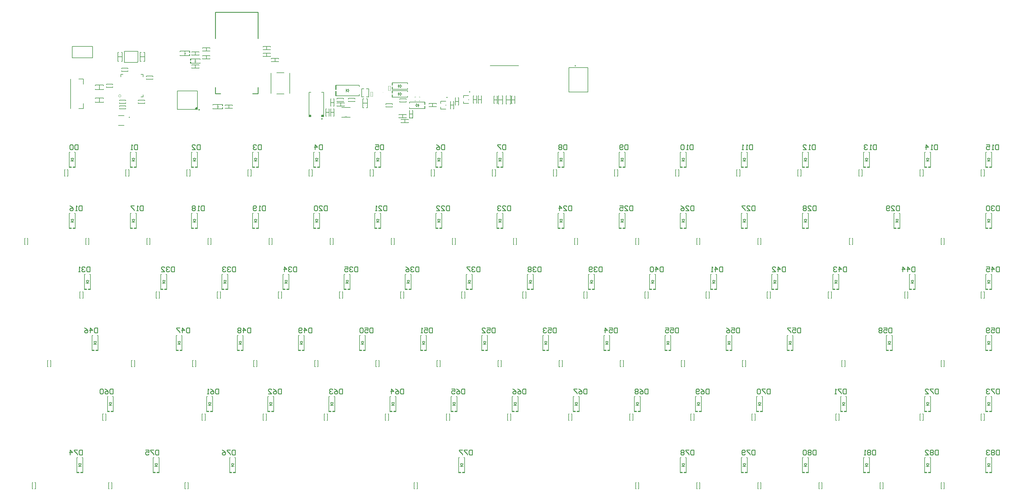
<source format=gbo>
G04*
G04 #@! TF.GenerationSoftware,Altium Limited,Altium Designer,19.0.15 (446)*
G04*
G04 Layer_Color=32896*
%FSLAX44Y44*%
%MOMM*%
G71*
G01*
G75*
%ADD10C,0.1270*%
%ADD11C,0.2540*%
%ADD12C,0.2500*%
%ADD115C,0.1000*%
%ADD116C,0.2000*%
%ADD117C,0.0000*%
%ADD118C,0.1524*%
%ADD119C,0.1500*%
%ADD120C,0.0750*%
%ADD121R,0.6750X0.5500*%
%ADD122R,0.6750X0.5500*%
G36*
X661700Y1299500D02*
X654200D01*
Y1301500D01*
X659200Y1306500D01*
X661700D01*
Y1299500D01*
D02*
G37*
D10*
X415700Y1280300D02*
X433300D01*
X415700Y1249700D02*
X433300D01*
X423000Y1401500D02*
Y1408500D01*
X430000D01*
X486000D02*
X493000D01*
Y1401500D02*
Y1408500D01*
Y1338500D02*
Y1345500D01*
X486000Y1338500D02*
X493000D01*
X1820500Y1430000D02*
X1879500D01*
X1820500Y1354000D02*
Y1430000D01*
X1879500Y1354000D02*
Y1430000D01*
X1820500Y1354000D02*
X1879500D01*
D11*
X833500Y1348500D02*
X850500D01*
Y1368500D01*
X717500Y1348500D02*
X733501D01*
X717500D02*
Y1368500D01*
Y1520500D02*
Y1602500D01*
X850500D01*
Y1520500D02*
Y1602500D01*
X3161881Y237037D02*
Y221802D01*
X3154264D01*
X3151724Y224341D01*
Y234498D01*
X3154264Y237037D01*
X3161881D01*
X3146646Y234498D02*
X3144107Y237037D01*
X3139028D01*
X3136489Y234498D01*
Y231959D01*
X3139028Y229420D01*
X3136489Y226880D01*
Y224341D01*
X3139028Y221802D01*
X3144107D01*
X3146646Y224341D01*
Y226880D01*
X3144107Y229420D01*
X3146646Y231959D01*
Y234498D01*
X3144107Y229420D02*
X3139028D01*
X3131411Y234498D02*
X3128872Y237037D01*
X3123793D01*
X3121254Y234498D01*
Y231959D01*
X3123793Y229420D01*
X3126333D01*
X3123793D01*
X3121254Y226880D01*
Y224341D01*
X3123793Y221802D01*
X3128872D01*
X3131411Y224341D01*
X2971317Y237123D02*
Y221888D01*
X2963700D01*
X2961160Y224427D01*
Y234584D01*
X2963700Y237123D01*
X2971317D01*
X2956082Y234584D02*
X2953543Y237123D01*
X2948464D01*
X2945925Y234584D01*
Y232045D01*
X2948464Y229506D01*
X2945925Y226966D01*
Y224427D01*
X2948464Y221888D01*
X2953543D01*
X2956082Y224427D01*
Y226966D01*
X2953543Y229506D01*
X2956082Y232045D01*
Y234584D01*
X2953543Y229506D02*
X2948464D01*
X2930690Y221888D02*
X2940847D01*
X2930690Y232045D01*
Y234584D01*
X2933229Y237123D01*
X2938308D01*
X2940847Y234584D01*
X2775688Y237123D02*
Y221888D01*
X2768071D01*
X2765532Y224427D01*
Y234584D01*
X2768071Y237123D01*
X2775688D01*
X2760453Y234584D02*
X2757914Y237123D01*
X2752836D01*
X2750297Y234584D01*
Y232045D01*
X2752836Y229506D01*
X2750297Y226966D01*
Y224427D01*
X2752836Y221888D01*
X2757914D01*
X2760453Y224427D01*
Y226966D01*
X2757914Y229506D01*
X2760453Y232045D01*
Y234584D01*
X2757914Y229506D02*
X2752836D01*
X2745218Y221888D02*
X2740140D01*
X2742679D01*
Y237123D01*
X2745218Y234584D01*
X2590292Y237231D02*
Y221996D01*
X2582675D01*
X2580135Y224535D01*
Y234692D01*
X2582675Y237231D01*
X2590292D01*
X2575057Y234692D02*
X2572518Y237231D01*
X2567439D01*
X2564900Y234692D01*
Y232153D01*
X2567439Y229613D01*
X2564900Y227074D01*
Y224535D01*
X2567439Y221996D01*
X2572518D01*
X2575057Y224535D01*
Y227074D01*
X2572518Y229613D01*
X2575057Y232153D01*
Y234692D01*
X2572518Y229613D02*
X2567439D01*
X2559822Y234692D02*
X2557283Y237231D01*
X2552204D01*
X2549665Y234692D01*
Y224535D01*
X2552204Y221996D01*
X2557283D01*
X2559822Y224535D01*
Y234692D01*
X2399837Y237037D02*
Y221802D01*
X2392219D01*
X2389680Y224341D01*
Y234498D01*
X2392219Y237037D01*
X2399837D01*
X2384602D02*
X2374445D01*
Y234498D01*
X2384602Y224341D01*
Y221802D01*
X2369367Y224341D02*
X2366828Y221802D01*
X2361749D01*
X2359210Y224341D01*
Y234498D01*
X2361749Y237037D01*
X2366828D01*
X2369367Y234498D01*
Y231959D01*
X2366828Y229420D01*
X2359210D01*
X2209292Y237231D02*
Y221996D01*
X2201674D01*
X2199135Y224535D01*
Y234692D01*
X2201674Y237231D01*
X2209292D01*
X2194057D02*
X2183900D01*
Y234692D01*
X2194057Y224535D01*
Y221996D01*
X2178822Y234692D02*
X2176283Y237231D01*
X2171204D01*
X2168665Y234692D01*
Y232153D01*
X2171204Y229613D01*
X2168665Y227074D01*
Y224535D01*
X2171204Y221996D01*
X2176283D01*
X2178822Y224535D01*
Y227074D01*
X2176283Y229613D01*
X2178822Y232153D01*
Y234692D01*
X2176283Y229613D02*
X2171204D01*
X1518920Y237231D02*
Y221996D01*
X1511302D01*
X1508763Y224535D01*
Y234692D01*
X1511302Y237231D01*
X1518920D01*
X1503685D02*
X1493528D01*
Y234692D01*
X1503685Y224535D01*
Y221996D01*
X1488450Y237231D02*
X1478293D01*
Y234692D01*
X1488450Y224535D01*
Y221996D01*
X779272Y237231D02*
Y221996D01*
X771655D01*
X769115Y224535D01*
Y234692D01*
X771655Y237231D01*
X779272D01*
X764037D02*
X753880D01*
Y234692D01*
X764037Y224535D01*
Y221996D01*
X738645Y237231D02*
X743724Y234692D01*
X748802Y229613D01*
Y224535D01*
X746263Y221996D01*
X741184D01*
X738645Y224535D01*
Y227074D01*
X741184Y229613D01*
X748802D01*
X541020Y237231D02*
Y221996D01*
X533402D01*
X530863Y224535D01*
Y234692D01*
X533402Y237231D01*
X541020D01*
X525785D02*
X515628D01*
Y234692D01*
X525785Y224535D01*
Y221996D01*
X500393Y237231D02*
X510550D01*
Y229613D01*
X505471Y232153D01*
X502932D01*
X500393Y229613D01*
Y224535D01*
X502932Y221996D01*
X508011D01*
X510550Y224535D01*
X303022Y237231D02*
Y221996D01*
X295404D01*
X292865Y224535D01*
Y234692D01*
X295404Y237231D01*
X303022D01*
X287787D02*
X277630D01*
Y234692D01*
X287787Y224535D01*
Y221996D01*
X264934D02*
Y237231D01*
X272552Y229613D01*
X262395D01*
X3161980Y427527D02*
Y412292D01*
X3154362D01*
X3151823Y414831D01*
Y424988D01*
X3154362Y427527D01*
X3161980D01*
X3146745D02*
X3136588D01*
Y424988D01*
X3146745Y414831D01*
Y412292D01*
X3131510Y424988D02*
X3128971Y427527D01*
X3123893D01*
X3121353Y424988D01*
Y422449D01*
X3123893Y419910D01*
X3126432D01*
X3123893D01*
X3121353Y417370D01*
Y414831D01*
X3123893Y412292D01*
X3128971D01*
X3131510Y414831D01*
X2971485Y427537D02*
Y412302D01*
X2963867D01*
X2961328Y414841D01*
Y424998D01*
X2963867Y427537D01*
X2971485D01*
X2956250D02*
X2946093D01*
Y424998D01*
X2956250Y414841D01*
Y412302D01*
X2930858D02*
X2941015D01*
X2930858Y422459D01*
Y424998D01*
X2933398Y427537D01*
X2938476D01*
X2941015Y424998D01*
X2684272Y427731D02*
Y412496D01*
X2676654D01*
X2674115Y415035D01*
Y425192D01*
X2676654Y427731D01*
X2684272D01*
X2669037D02*
X2658880D01*
Y425192D01*
X2669037Y415035D01*
Y412496D01*
X2653802D02*
X2648723D01*
X2651263D01*
Y427731D01*
X2653802Y425192D01*
X2447544Y427731D02*
Y412496D01*
X2439926D01*
X2437387Y415035D01*
Y425192D01*
X2439926Y427731D01*
X2447544D01*
X2432309D02*
X2422152D01*
Y425192D01*
X2432309Y415035D01*
Y412496D01*
X2417074Y425192D02*
X2414535Y427731D01*
X2409456D01*
X2406917Y425192D01*
Y415035D01*
X2409456Y412496D01*
X2414535D01*
X2417074Y415035D01*
Y425192D01*
X2257044Y427731D02*
Y412496D01*
X2249427D01*
X2246887Y415035D01*
Y425192D01*
X2249427Y427731D01*
X2257044D01*
X2231652D02*
X2236731Y425192D01*
X2241809Y420113D01*
Y415035D01*
X2239270Y412496D01*
X2234191D01*
X2231652Y415035D01*
Y417574D01*
X2234191Y420113D01*
X2241809D01*
X2226574Y415035D02*
X2224035Y412496D01*
X2218956D01*
X2216417Y415035D01*
Y425192D01*
X2218956Y427731D01*
X2224035D01*
X2226574Y425192D01*
Y422653D01*
X2224035Y420113D01*
X2216417D01*
X2066544Y427731D02*
Y412496D01*
X2058927D01*
X2056387Y415035D01*
Y425192D01*
X2058927Y427731D01*
X2066544D01*
X2041152D02*
X2046231Y425192D01*
X2051309Y420113D01*
Y415035D01*
X2048770Y412496D01*
X2043691D01*
X2041152Y415035D01*
Y417574D01*
X2043691Y420113D01*
X2051309D01*
X2036074Y425192D02*
X2033535Y427731D01*
X2028456D01*
X2025917Y425192D01*
Y422653D01*
X2028456Y420113D01*
X2025917Y417574D01*
Y415035D01*
X2028456Y412496D01*
X2033535D01*
X2036074Y415035D01*
Y417574D01*
X2033535Y420113D01*
X2036074Y422653D01*
Y425192D01*
X2033535Y420113D02*
X2028456D01*
X1876044Y427731D02*
Y412496D01*
X1868427D01*
X1865887Y415035D01*
Y425192D01*
X1868427Y427731D01*
X1876044D01*
X1850652D02*
X1855731Y425192D01*
X1860809Y420113D01*
Y415035D01*
X1858270Y412496D01*
X1853191D01*
X1850652Y415035D01*
Y417574D01*
X1853191Y420113D01*
X1860809D01*
X1845574Y427731D02*
X1835417D01*
Y425192D01*
X1845574Y415035D01*
Y412496D01*
X1685544Y427731D02*
Y412496D01*
X1677926D01*
X1675387Y415035D01*
Y425192D01*
X1677926Y427731D01*
X1685544D01*
X1660152D02*
X1665231Y425192D01*
X1670309Y420113D01*
Y415035D01*
X1667770Y412496D01*
X1662691D01*
X1660152Y415035D01*
Y417574D01*
X1662691Y420113D01*
X1670309D01*
X1644917Y427731D02*
X1649996Y425192D01*
X1655074Y420113D01*
Y415035D01*
X1652535Y412496D01*
X1647456D01*
X1644917Y415035D01*
Y417574D01*
X1647456Y420113D01*
X1655074D01*
X1495044Y427731D02*
Y412496D01*
X1487426D01*
X1484887Y415035D01*
Y425192D01*
X1487426Y427731D01*
X1495044D01*
X1469652D02*
X1474731Y425192D01*
X1479809Y420113D01*
Y415035D01*
X1477270Y412496D01*
X1472191D01*
X1469652Y415035D01*
Y417574D01*
X1472191Y420113D01*
X1479809D01*
X1454417Y427731D02*
X1464574D01*
Y420113D01*
X1459496Y422653D01*
X1456956D01*
X1454417Y420113D01*
Y415035D01*
X1456956Y412496D01*
X1462035D01*
X1464574Y415035D01*
X1304544Y427731D02*
Y412496D01*
X1296927D01*
X1294387Y415035D01*
Y425192D01*
X1296927Y427731D01*
X1304544D01*
X1279152D02*
X1284231Y425192D01*
X1289309Y420113D01*
Y415035D01*
X1286770Y412496D01*
X1281691D01*
X1279152Y415035D01*
Y417574D01*
X1281691Y420113D01*
X1289309D01*
X1266456Y412496D02*
Y427731D01*
X1274074Y420113D01*
X1263917D01*
X1114044Y427731D02*
Y412496D01*
X1106426D01*
X1103887Y415035D01*
Y425192D01*
X1106426Y427731D01*
X1114044D01*
X1088652D02*
X1093731Y425192D01*
X1098809Y420113D01*
Y415035D01*
X1096270Y412496D01*
X1091191D01*
X1088652Y415035D01*
Y417574D01*
X1091191Y420113D01*
X1098809D01*
X1083574Y425192D02*
X1081035Y427731D01*
X1075956D01*
X1073417Y425192D01*
Y422653D01*
X1075956Y420113D01*
X1078495D01*
X1075956D01*
X1073417Y417574D01*
Y415035D01*
X1075956Y412496D01*
X1081035D01*
X1083574Y415035D01*
X923544Y427731D02*
Y412496D01*
X915927D01*
X913387Y415035D01*
Y425192D01*
X915927Y427731D01*
X923544D01*
X898152D02*
X903231Y425192D01*
X908309Y420113D01*
Y415035D01*
X905770Y412496D01*
X900691D01*
X898152Y415035D01*
Y417574D01*
X900691Y420113D01*
X908309D01*
X882917Y412496D02*
X893074D01*
X882917Y422653D01*
Y425192D01*
X885456Y427731D01*
X890535D01*
X893074Y425192D01*
X727964Y427731D02*
Y412496D01*
X720347D01*
X717807Y415035D01*
Y425192D01*
X720347Y427731D01*
X727964D01*
X702572D02*
X707651Y425192D01*
X712729Y420113D01*
Y415035D01*
X710190Y412496D01*
X705111D01*
X702572Y415035D01*
Y417574D01*
X705111Y420113D01*
X712729D01*
X697494Y412496D02*
X692415D01*
X694955D01*
Y427731D01*
X697494Y425192D01*
X398272Y427731D02*
Y412496D01*
X390654D01*
X388115Y415035D01*
Y425192D01*
X390654Y427731D01*
X398272D01*
X372880D02*
X377959Y425192D01*
X383037Y420113D01*
Y415035D01*
X380498Y412496D01*
X375419D01*
X372880Y415035D01*
Y417574D01*
X375419Y420113D01*
X383037D01*
X367802Y425192D02*
X365263Y427731D01*
X360184D01*
X357645Y425192D01*
Y415035D01*
X360184Y412496D01*
X365263D01*
X367802Y415035D01*
Y425192D01*
X3161771Y618215D02*
Y602980D01*
X3154153D01*
X3151614Y605519D01*
Y615676D01*
X3154153Y618215D01*
X3161771D01*
X3136379D02*
X3146536D01*
Y610597D01*
X3141458Y613137D01*
X3138918D01*
X3136379Y610597D01*
Y605519D01*
X3138918Y602980D01*
X3143997D01*
X3146536Y605519D01*
X3131301D02*
X3128762Y602980D01*
X3123683D01*
X3121144Y605519D01*
Y615676D01*
X3123683Y618215D01*
X3128762D01*
X3131301Y615676D01*
Y613137D01*
X3128762Y610597D01*
X3121144D01*
X2827020Y618231D02*
Y602996D01*
X2819402D01*
X2816863Y605535D01*
Y615692D01*
X2819402Y618231D01*
X2827020D01*
X2801628D02*
X2811785D01*
Y610614D01*
X2806707Y613153D01*
X2804167D01*
X2801628Y610614D01*
Y605535D01*
X2804167Y602996D01*
X2809246D01*
X2811785Y605535D01*
X2796550Y615692D02*
X2794011Y618231D01*
X2788932D01*
X2786393Y615692D01*
Y613153D01*
X2788932Y610614D01*
X2786393Y608074D01*
Y605535D01*
X2788932Y602996D01*
X2794011D01*
X2796550Y605535D01*
Y608074D01*
X2794011Y610614D01*
X2796550Y613153D01*
Y615692D01*
X2794011Y610614D02*
X2788932D01*
X2542794Y618231D02*
Y602996D01*
X2535177D01*
X2532637Y605535D01*
Y615692D01*
X2535177Y618231D01*
X2542794D01*
X2517402D02*
X2527559D01*
Y610614D01*
X2522481Y613153D01*
X2519941D01*
X2517402Y610614D01*
Y605535D01*
X2519941Y602996D01*
X2525020D01*
X2527559Y605535D01*
X2512324Y618231D02*
X2502167D01*
Y615692D01*
X2512324Y605535D01*
Y602996D01*
X2352294Y618231D02*
Y602996D01*
X2344677D01*
X2342137Y605535D01*
Y615692D01*
X2344677Y618231D01*
X2352294D01*
X2326902D02*
X2337059D01*
Y610614D01*
X2331981Y613153D01*
X2329441D01*
X2326902Y610614D01*
Y605535D01*
X2329441Y602996D01*
X2334520D01*
X2337059Y605535D01*
X2311667Y618231D02*
X2316745Y615692D01*
X2321824Y610614D01*
Y605535D01*
X2319285Y602996D01*
X2314206D01*
X2311667Y605535D01*
Y608074D01*
X2314206Y610614D01*
X2321824D01*
X2161794Y618231D02*
Y602996D01*
X2154176D01*
X2151637Y605535D01*
Y615692D01*
X2154176Y618231D01*
X2161794D01*
X2136402D02*
X2146559D01*
Y610614D01*
X2141481Y613153D01*
X2138941D01*
X2136402Y610614D01*
Y605535D01*
X2138941Y602996D01*
X2144020D01*
X2146559Y605535D01*
X2121167Y618231D02*
X2131324D01*
Y610614D01*
X2126246Y613153D01*
X2123706D01*
X2121167Y610614D01*
Y605535D01*
X2123706Y602996D01*
X2128785D01*
X2131324Y605535D01*
X1971294Y618231D02*
Y602996D01*
X1963676D01*
X1961137Y605535D01*
Y615692D01*
X1963676Y618231D01*
X1971294D01*
X1945902D02*
X1956059D01*
Y610614D01*
X1950981Y613153D01*
X1948441D01*
X1945902Y610614D01*
Y605535D01*
X1948441Y602996D01*
X1953520D01*
X1956059Y605535D01*
X1933206Y602996D02*
Y618231D01*
X1940824Y610614D01*
X1930667D01*
X1780794Y618231D02*
Y602996D01*
X1773177D01*
X1770637Y605535D01*
Y615692D01*
X1773177Y618231D01*
X1780794D01*
X1755402D02*
X1765559D01*
Y610614D01*
X1760481Y613153D01*
X1757941D01*
X1755402Y610614D01*
Y605535D01*
X1757941Y602996D01*
X1763020D01*
X1765559Y605535D01*
X1750324Y615692D02*
X1747785Y618231D01*
X1742706D01*
X1740167Y615692D01*
Y613153D01*
X1742706Y610614D01*
X1745246D01*
X1742706D01*
X1740167Y608074D01*
Y605535D01*
X1742706Y602996D01*
X1747785D01*
X1750324Y605535D01*
X1590294Y618231D02*
Y602996D01*
X1582677D01*
X1580137Y605535D01*
Y615692D01*
X1582677Y618231D01*
X1590294D01*
X1564902D02*
X1575059D01*
Y610614D01*
X1569981Y613153D01*
X1567441D01*
X1564902Y610614D01*
Y605535D01*
X1567441Y602996D01*
X1572520D01*
X1575059Y605535D01*
X1549667Y602996D02*
X1559824D01*
X1549667Y613153D01*
Y615692D01*
X1552206Y618231D01*
X1557285D01*
X1559824Y615692D01*
X1394714Y618231D02*
Y602996D01*
X1387097D01*
X1384557Y605535D01*
Y615692D01*
X1387097Y618231D01*
X1394714D01*
X1369322D02*
X1379479D01*
Y610614D01*
X1374401Y613153D01*
X1371861D01*
X1369322Y610614D01*
Y605535D01*
X1371861Y602996D01*
X1376940D01*
X1379479Y605535D01*
X1364244Y602996D02*
X1359165D01*
X1361705D01*
Y618231D01*
X1364244Y615692D01*
X1209294Y618231D02*
Y602996D01*
X1201676D01*
X1199137Y605535D01*
Y615692D01*
X1201676Y618231D01*
X1209294D01*
X1183902D02*
X1194059D01*
Y610614D01*
X1188981Y613153D01*
X1186441D01*
X1183902Y610614D01*
Y605535D01*
X1186441Y602996D01*
X1191520D01*
X1194059Y605535D01*
X1178824Y615692D02*
X1176285Y618231D01*
X1171206D01*
X1168667Y615692D01*
Y605535D01*
X1171206Y602996D01*
X1176285D01*
X1178824Y605535D01*
Y615692D01*
X1018794Y618231D02*
Y602996D01*
X1011177D01*
X1008637Y605535D01*
Y615692D01*
X1011177Y618231D01*
X1018794D01*
X995941Y602996D02*
Y618231D01*
X1003559Y610614D01*
X993402D01*
X988324Y605535D02*
X985785Y602996D01*
X980706D01*
X978167Y605535D01*
Y615692D01*
X980706Y618231D01*
X985785D01*
X988324Y615692D01*
Y613153D01*
X985785Y610614D01*
X978167D01*
X828294Y618231D02*
Y602996D01*
X820676D01*
X818137Y605535D01*
Y615692D01*
X820676Y618231D01*
X828294D01*
X805441Y602996D02*
Y618231D01*
X813059Y610614D01*
X802902D01*
X797824Y615692D02*
X795285Y618231D01*
X790206D01*
X787667Y615692D01*
Y613153D01*
X790206Y610614D01*
X787667Y608074D01*
Y605535D01*
X790206Y602996D01*
X795285D01*
X797824Y605535D01*
Y608074D01*
X795285Y610614D01*
X797824Y613153D01*
Y615692D01*
X795285Y610614D02*
X790206D01*
X637794Y618231D02*
Y602996D01*
X630177D01*
X627637Y605535D01*
Y615692D01*
X630177Y618231D01*
X637794D01*
X614941Y602996D02*
Y618231D01*
X622559Y610614D01*
X612402D01*
X607324Y618231D02*
X597167D01*
Y615692D01*
X607324Y605535D01*
Y602996D01*
X350520Y618231D02*
Y602996D01*
X342902D01*
X340363Y605535D01*
Y615692D01*
X342902Y618231D01*
X350520D01*
X327667Y602996D02*
Y618231D01*
X335285Y610614D01*
X325128D01*
X309893Y618231D02*
X314972Y615692D01*
X320050Y610614D01*
Y605535D01*
X317511Y602996D01*
X312432D01*
X309893Y605535D01*
Y608074D01*
X312432Y610614D01*
X320050D01*
X3161980Y808619D02*
Y793384D01*
X3154362D01*
X3151823Y795923D01*
Y806080D01*
X3154362Y808619D01*
X3161980D01*
X3139128Y793384D02*
Y808619D01*
X3146745Y801002D01*
X3136588D01*
X3121353Y808619D02*
X3131510D01*
Y801002D01*
X3126432Y803541D01*
X3123893D01*
X3121353Y801002D01*
Y795923D01*
X3123893Y793384D01*
X3128971D01*
X3131510Y795923D01*
X2898648Y808731D02*
Y793496D01*
X2891031D01*
X2888491Y796035D01*
Y806192D01*
X2891031Y808731D01*
X2898648D01*
X2875795Y793496D02*
Y808731D01*
X2883413Y801114D01*
X2873256D01*
X2860560Y793496D02*
Y808731D01*
X2868178Y801114D01*
X2858021D01*
X2685542Y808731D02*
Y793496D01*
X2677924D01*
X2675385Y796035D01*
Y806192D01*
X2677924Y808731D01*
X2685542D01*
X2662690Y793496D02*
Y808731D01*
X2670307Y801114D01*
X2660150D01*
X2655072Y806192D02*
X2652533Y808731D01*
X2647454D01*
X2644915Y806192D01*
Y803653D01*
X2647454Y801114D01*
X2649994D01*
X2647454D01*
X2644915Y798574D01*
Y796035D01*
X2647454Y793496D01*
X2652533D01*
X2655072Y796035D01*
X2495042Y808731D02*
Y793496D01*
X2487424D01*
X2484885Y796035D01*
Y806192D01*
X2487424Y808731D01*
X2495042D01*
X2472189Y793496D02*
Y808731D01*
X2479807Y801114D01*
X2469650D01*
X2454415Y793496D02*
X2464572D01*
X2454415Y803653D01*
Y806192D01*
X2456954Y808731D01*
X2462033D01*
X2464572Y806192D01*
X2299462Y808731D02*
Y793496D01*
X2291844D01*
X2289305Y796035D01*
Y806192D01*
X2291844Y808731D01*
X2299462D01*
X2276609Y793496D02*
Y808731D01*
X2284227Y801114D01*
X2274070D01*
X2268992Y793496D02*
X2263914D01*
X2266453D01*
Y808731D01*
X2268992Y806192D01*
X2114042Y808731D02*
Y793496D01*
X2106425D01*
X2103885Y796035D01*
Y806192D01*
X2106425Y808731D01*
X2114042D01*
X2091189Y793496D02*
Y808731D01*
X2098807Y801114D01*
X2088650D01*
X2083572Y806192D02*
X2081033Y808731D01*
X2075954D01*
X2073415Y806192D01*
Y796035D01*
X2075954Y793496D01*
X2081033D01*
X2083572Y796035D01*
Y806192D01*
X1923542Y808731D02*
Y793496D01*
X1915925D01*
X1913385Y796035D01*
Y806192D01*
X1915925Y808731D01*
X1923542D01*
X1908307Y806192D02*
X1905768Y808731D01*
X1900689D01*
X1898150Y806192D01*
Y803653D01*
X1900689Y801114D01*
X1903229D01*
X1900689D01*
X1898150Y798574D01*
Y796035D01*
X1900689Y793496D01*
X1905768D01*
X1908307Y796035D01*
X1893072D02*
X1890533Y793496D01*
X1885454D01*
X1882915Y796035D01*
Y806192D01*
X1885454Y808731D01*
X1890533D01*
X1893072Y806192D01*
Y803653D01*
X1890533Y801114D01*
X1882915D01*
X1733042Y808731D02*
Y793496D01*
X1725424D01*
X1722885Y796035D01*
Y806192D01*
X1725424Y808731D01*
X1733042D01*
X1717807Y806192D02*
X1715268Y808731D01*
X1710189D01*
X1707650Y806192D01*
Y803653D01*
X1710189Y801114D01*
X1712729D01*
X1710189D01*
X1707650Y798574D01*
Y796035D01*
X1710189Y793496D01*
X1715268D01*
X1717807Y796035D01*
X1702572Y806192D02*
X1700033Y808731D01*
X1694954D01*
X1692415Y806192D01*
Y803653D01*
X1694954Y801114D01*
X1692415Y798574D01*
Y796035D01*
X1694954Y793496D01*
X1700033D01*
X1702572Y796035D01*
Y798574D01*
X1700033Y801114D01*
X1702572Y803653D01*
Y806192D01*
X1700033Y801114D02*
X1694954D01*
X1542542Y808731D02*
Y793496D01*
X1534924D01*
X1532385Y796035D01*
Y806192D01*
X1534924Y808731D01*
X1542542D01*
X1527307Y806192D02*
X1524768Y808731D01*
X1519689D01*
X1517150Y806192D01*
Y803653D01*
X1519689Y801114D01*
X1522229D01*
X1519689D01*
X1517150Y798574D01*
Y796035D01*
X1519689Y793496D01*
X1524768D01*
X1527307Y796035D01*
X1512072Y808731D02*
X1501915D01*
Y806192D01*
X1512072Y796035D01*
Y793496D01*
X1352042Y808731D02*
Y793496D01*
X1344424D01*
X1341885Y796035D01*
Y806192D01*
X1344424Y808731D01*
X1352042D01*
X1336807Y806192D02*
X1334268Y808731D01*
X1329189D01*
X1326650Y806192D01*
Y803653D01*
X1329189Y801114D01*
X1331729D01*
X1329189D01*
X1326650Y798574D01*
Y796035D01*
X1329189Y793496D01*
X1334268D01*
X1336807Y796035D01*
X1311415Y808731D02*
X1316494Y806192D01*
X1321572Y801114D01*
Y796035D01*
X1319033Y793496D01*
X1313954D01*
X1311415Y796035D01*
Y798574D01*
X1313954Y801114D01*
X1321572D01*
X1161542Y808731D02*
Y793496D01*
X1153924D01*
X1151385Y796035D01*
Y806192D01*
X1153924Y808731D01*
X1161542D01*
X1146307Y806192D02*
X1143768Y808731D01*
X1138689D01*
X1136150Y806192D01*
Y803653D01*
X1138689Y801114D01*
X1141229D01*
X1138689D01*
X1136150Y798574D01*
Y796035D01*
X1138689Y793496D01*
X1143768D01*
X1146307Y796035D01*
X1120915Y808731D02*
X1131072D01*
Y801114D01*
X1125993Y803653D01*
X1123454D01*
X1120915Y801114D01*
Y796035D01*
X1123454Y793496D01*
X1128533D01*
X1131072Y796035D01*
X971042Y808731D02*
Y793496D01*
X963425D01*
X960885Y796035D01*
Y806192D01*
X963425Y808731D01*
X971042D01*
X955807Y806192D02*
X953268Y808731D01*
X948189D01*
X945650Y806192D01*
Y803653D01*
X948189Y801114D01*
X950729D01*
X948189D01*
X945650Y798574D01*
Y796035D01*
X948189Y793496D01*
X953268D01*
X955807Y796035D01*
X932954Y793496D02*
Y808731D01*
X940572Y801114D01*
X930415D01*
X780542Y808731D02*
Y793496D01*
X772924D01*
X770385Y796035D01*
Y806192D01*
X772924Y808731D01*
X780542D01*
X765307Y806192D02*
X762768Y808731D01*
X757689D01*
X755150Y806192D01*
Y803653D01*
X757689Y801114D01*
X760229D01*
X757689D01*
X755150Y798574D01*
Y796035D01*
X757689Y793496D01*
X762768D01*
X765307Y796035D01*
X750072Y806192D02*
X747533Y808731D01*
X742454D01*
X739915Y806192D01*
Y803653D01*
X742454Y801114D01*
X744994D01*
X742454D01*
X739915Y798574D01*
Y796035D01*
X742454Y793496D01*
X747533D01*
X750072Y796035D01*
X590042Y808731D02*
Y793496D01*
X582425D01*
X579885Y796035D01*
Y806192D01*
X582425Y808731D01*
X590042D01*
X574807Y806192D02*
X572268Y808731D01*
X567189D01*
X564650Y806192D01*
Y803653D01*
X567189Y801114D01*
X569729D01*
X567189D01*
X564650Y798574D01*
Y796035D01*
X567189Y793496D01*
X572268D01*
X574807Y796035D01*
X549415Y793496D02*
X559572D01*
X549415Y803653D01*
Y806192D01*
X551954Y808731D01*
X557033D01*
X559572Y806192D01*
X326898Y808731D02*
Y793496D01*
X319280D01*
X316741Y796035D01*
Y806192D01*
X319280Y808731D01*
X326898D01*
X311663Y806192D02*
X309124Y808731D01*
X304045D01*
X301506Y806192D01*
Y803653D01*
X304045Y801114D01*
X306585D01*
X304045D01*
X301506Y798574D01*
Y796035D01*
X304045Y793496D01*
X309124D01*
X311663Y796035D01*
X296428Y793496D02*
X291350D01*
X293889D01*
Y808731D01*
X296428Y806192D01*
X3161948Y999115D02*
Y983880D01*
X3154330D01*
X3151791Y986419D01*
Y996576D01*
X3154330Y999115D01*
X3161948D01*
X3146713Y996576D02*
X3144174Y999115D01*
X3139095D01*
X3136556Y996576D01*
Y994037D01*
X3139095Y991498D01*
X3141635D01*
X3139095D01*
X3136556Y988958D01*
Y986419D01*
X3139095Y983880D01*
X3144174D01*
X3146713Y986419D01*
X3131478Y996576D02*
X3128939Y999115D01*
X3123860D01*
X3121321Y996576D01*
Y986419D01*
X3123860Y983880D01*
X3128939D01*
X3131478Y986419D01*
Y996576D01*
X2850896Y999231D02*
Y983996D01*
X2843279D01*
X2840739Y986535D01*
Y996692D01*
X2843279Y999231D01*
X2850896D01*
X2825504Y983996D02*
X2835661D01*
X2825504Y994153D01*
Y996692D01*
X2828044Y999231D01*
X2833122D01*
X2835661Y996692D01*
X2820426Y986535D02*
X2817887Y983996D01*
X2812808D01*
X2810269Y986535D01*
Y996692D01*
X2812808Y999231D01*
X2817887D01*
X2820426Y996692D01*
Y994153D01*
X2817887Y991613D01*
X2810269D01*
X2590448Y999109D02*
Y983874D01*
X2582831D01*
X2580291Y986413D01*
Y996570D01*
X2582831Y999109D01*
X2590448D01*
X2565056Y983874D02*
X2575213D01*
X2565056Y994031D01*
Y996570D01*
X2567596Y999109D01*
X2572674D01*
X2575213Y996570D01*
X2559978D02*
X2557439Y999109D01*
X2552360D01*
X2549821Y996570D01*
Y994031D01*
X2552360Y991492D01*
X2549821Y988952D01*
Y986413D01*
X2552360Y983874D01*
X2557439D01*
X2559978Y986413D01*
Y988952D01*
X2557439Y991492D01*
X2559978Y994031D01*
Y996570D01*
X2557439Y991492D02*
X2552360D01*
X2399948Y999117D02*
Y983882D01*
X2392330D01*
X2389791Y986421D01*
Y996578D01*
X2392330Y999117D01*
X2399948D01*
X2374556Y983882D02*
X2384713D01*
X2374556Y994039D01*
Y996578D01*
X2377095Y999117D01*
X2382174D01*
X2384713Y996578D01*
X2369478Y999117D02*
X2359321D01*
Y996578D01*
X2369478Y986421D01*
Y983882D01*
X2209292Y999029D02*
Y983794D01*
X2201674D01*
X2199135Y986333D01*
Y996490D01*
X2201674Y999029D01*
X2209292D01*
X2183900Y983794D02*
X2194057D01*
X2183900Y993951D01*
Y996490D01*
X2186439Y999029D01*
X2191518D01*
X2194057Y996490D01*
X2168665Y999029D02*
X2173743Y996490D01*
X2178822Y991412D01*
Y986333D01*
X2176283Y983794D01*
X2171204D01*
X2168665Y986333D01*
Y988872D01*
X2171204Y991412D01*
X2178822D01*
X2018948Y999117D02*
Y983882D01*
X2011331D01*
X2008791Y986421D01*
Y996578D01*
X2011331Y999117D01*
X2018948D01*
X1993556Y983882D02*
X2003713D01*
X1993556Y994039D01*
Y996578D01*
X1996095Y999117D01*
X2001174D01*
X2003713Y996578D01*
X1978321Y999117D02*
X1988478D01*
Y991499D01*
X1983400Y994039D01*
X1980860D01*
X1978321Y991499D01*
Y986421D01*
X1980860Y983882D01*
X1985939D01*
X1988478Y986421D01*
X1828448Y999117D02*
Y983882D01*
X1820831D01*
X1818291Y986421D01*
Y996578D01*
X1820831Y999117D01*
X1828448D01*
X1803056Y983882D02*
X1813213D01*
X1803056Y994039D01*
Y996578D01*
X1805595Y999117D01*
X1810674D01*
X1813213Y996578D01*
X1790360Y983882D02*
Y999117D01*
X1797978Y991499D01*
X1787821D01*
X1637948Y999119D02*
Y983884D01*
X1630331D01*
X1627791Y986423D01*
Y996580D01*
X1630331Y999119D01*
X1637948D01*
X1612556Y983884D02*
X1622713D01*
X1612556Y994041D01*
Y996580D01*
X1615095Y999119D01*
X1620174D01*
X1622713Y996580D01*
X1607478D02*
X1604939Y999119D01*
X1599860D01*
X1597321Y996580D01*
Y994041D01*
X1599860Y991501D01*
X1602400D01*
X1599860D01*
X1597321Y988962D01*
Y986423D01*
X1599860Y983884D01*
X1604939D01*
X1607478Y986423D01*
X1447480Y999025D02*
Y983790D01*
X1439863D01*
X1437323Y986329D01*
Y996486D01*
X1439863Y999025D01*
X1447480D01*
X1422088Y983790D02*
X1432245D01*
X1422088Y993947D01*
Y996486D01*
X1424627Y999025D01*
X1429706D01*
X1432245Y996486D01*
X1406853Y983790D02*
X1417010D01*
X1406853Y993947D01*
Y996486D01*
X1409392Y999025D01*
X1414471D01*
X1417010Y996486D01*
X1251868Y999117D02*
Y983882D01*
X1244250D01*
X1241711Y986421D01*
Y996578D01*
X1244250Y999117D01*
X1251868D01*
X1226476Y983882D02*
X1236633D01*
X1226476Y994039D01*
Y996578D01*
X1229015Y999117D01*
X1234094D01*
X1236633Y996578D01*
X1221398Y983882D02*
X1216320D01*
X1218859D01*
Y999117D01*
X1221398Y996578D01*
X1066448Y999111D02*
Y983876D01*
X1058830D01*
X1056291Y986415D01*
Y996572D01*
X1058830Y999111D01*
X1066448D01*
X1041056Y983876D02*
X1051213D01*
X1041056Y994033D01*
Y996572D01*
X1043595Y999111D01*
X1048674D01*
X1051213Y996572D01*
X1035978D02*
X1033439Y999111D01*
X1028360D01*
X1025821Y996572D01*
Y986415D01*
X1028360Y983876D01*
X1033439D01*
X1035978Y986415D01*
Y996572D01*
X873308Y999137D02*
Y983902D01*
X865691D01*
X863151Y986441D01*
Y996598D01*
X865691Y999137D01*
X873308D01*
X858073Y983902D02*
X852995D01*
X855534D01*
Y999137D01*
X858073Y996598D01*
X845377Y986441D02*
X842838Y983902D01*
X837759D01*
X835220Y986441D01*
Y996598D01*
X837759Y999137D01*
X842838D01*
X845377Y996598D01*
Y994059D01*
X842838Y991519D01*
X835220D01*
X682908Y999117D02*
Y983882D01*
X675291D01*
X672751Y986421D01*
Y996578D01*
X675291Y999117D01*
X682908D01*
X667673Y983882D02*
X662595D01*
X665134D01*
Y999117D01*
X667673Y996578D01*
X654977D02*
X652438Y999117D01*
X647360D01*
X644820Y996578D01*
Y994039D01*
X647360Y991499D01*
X644820Y988960D01*
Y986421D01*
X647360Y983882D01*
X652438D01*
X654977Y986421D01*
Y988960D01*
X652438Y991499D01*
X654977Y994039D01*
Y996578D01*
X652438Y991499D02*
X647360D01*
X492252Y999231D02*
Y983996D01*
X484635D01*
X482095Y986535D01*
Y996692D01*
X484635Y999231D01*
X492252D01*
X477017Y983996D02*
X471939D01*
X474478D01*
Y999231D01*
X477017Y996692D01*
X464321Y999231D02*
X454164D01*
Y996692D01*
X464321Y986535D01*
Y983996D01*
X301752Y999231D02*
Y983996D01*
X294135D01*
X291595Y986535D01*
Y996692D01*
X294135Y999231D01*
X301752D01*
X286517Y983996D02*
X281439D01*
X283978D01*
Y999231D01*
X286517Y996692D01*
X263664Y999231D02*
X268743Y996692D01*
X273821Y991613D01*
Y986535D01*
X271282Y983996D01*
X266203D01*
X263664Y986535D01*
Y989074D01*
X266203Y991613D01*
X273821D01*
X3159252Y1189731D02*
Y1174496D01*
X3151635D01*
X3149095Y1177035D01*
Y1187192D01*
X3151635Y1189731D01*
X3159252D01*
X3144017Y1174496D02*
X3138939D01*
X3141478D01*
Y1189731D01*
X3144017Y1187192D01*
X3121164Y1189731D02*
X3131321D01*
Y1182113D01*
X3126243Y1184653D01*
X3123704D01*
X3121164Y1182113D01*
Y1177035D01*
X3123704Y1174496D01*
X3128782D01*
X3131321Y1177035D01*
X2968752Y1189731D02*
Y1174496D01*
X2961135D01*
X2958595Y1177035D01*
Y1187192D01*
X2961135Y1189731D01*
X2968752D01*
X2953517Y1174496D02*
X2948439D01*
X2950978D01*
Y1189731D01*
X2953517Y1187192D01*
X2933203Y1174496D02*
Y1189731D01*
X2940821Y1182113D01*
X2930664D01*
X2778252Y1189731D02*
Y1174496D01*
X2770634D01*
X2768095Y1177035D01*
Y1187192D01*
X2770634Y1189731D01*
X2778252D01*
X2763017Y1174496D02*
X2757939D01*
X2760478D01*
Y1189731D01*
X2763017Y1187192D01*
X2750321D02*
X2747782Y1189731D01*
X2742704D01*
X2740164Y1187192D01*
Y1184653D01*
X2742704Y1182113D01*
X2745243D01*
X2742704D01*
X2740164Y1179574D01*
Y1177035D01*
X2742704Y1174496D01*
X2747782D01*
X2750321Y1177035D01*
X2587752Y1189731D02*
Y1174496D01*
X2580135D01*
X2577595Y1177035D01*
Y1187192D01*
X2580135Y1189731D01*
X2587752D01*
X2572517Y1174496D02*
X2567439D01*
X2569978D01*
Y1189731D01*
X2572517Y1187192D01*
X2549664Y1174496D02*
X2559821D01*
X2549664Y1184653D01*
Y1187192D01*
X2552204Y1189731D01*
X2557282D01*
X2559821Y1187192D01*
X2392172Y1189731D02*
Y1174496D01*
X2384554D01*
X2382015Y1177035D01*
Y1187192D01*
X2384554Y1189731D01*
X2392172D01*
X2376937Y1174496D02*
X2371859D01*
X2374398D01*
Y1189731D01*
X2376937Y1187192D01*
X2364241Y1174496D02*
X2359163D01*
X2361702D01*
Y1189731D01*
X2364241Y1187192D01*
X2206752Y1189731D02*
Y1174496D01*
X2199135D01*
X2196595Y1177035D01*
Y1187192D01*
X2199135Y1189731D01*
X2206752D01*
X2191517Y1174496D02*
X2186439D01*
X2188978D01*
Y1189731D01*
X2191517Y1187192D01*
X2178821D02*
X2176282Y1189731D01*
X2171203D01*
X2168664Y1187192D01*
Y1177035D01*
X2171203Y1174496D01*
X2176282D01*
X2178821Y1177035D01*
Y1187192D01*
X2003552Y1189731D02*
Y1174496D01*
X1995934D01*
X1993395Y1177035D01*
Y1187192D01*
X1995934Y1189731D01*
X2003552D01*
X1988317Y1177035D02*
X1985778Y1174496D01*
X1980699D01*
X1978160Y1177035D01*
Y1187192D01*
X1980699Y1189731D01*
X1985778D01*
X1988317Y1187192D01*
Y1184653D01*
X1985778Y1182113D01*
X1978160D01*
X1813052Y1189731D02*
Y1174496D01*
X1805435D01*
X1802895Y1177035D01*
Y1187192D01*
X1805435Y1189731D01*
X1813052D01*
X1797817Y1187192D02*
X1795278Y1189731D01*
X1790199D01*
X1787660Y1187192D01*
Y1184653D01*
X1790199Y1182113D01*
X1787660Y1179574D01*
Y1177035D01*
X1790199Y1174496D01*
X1795278D01*
X1797817Y1177035D01*
Y1179574D01*
X1795278Y1182113D01*
X1797817Y1184653D01*
Y1187192D01*
X1795278Y1182113D02*
X1790199D01*
X1622552Y1189731D02*
Y1174496D01*
X1614935D01*
X1612395Y1177035D01*
Y1187192D01*
X1614935Y1189731D01*
X1622552D01*
X1607317D02*
X1597160D01*
Y1187192D01*
X1607317Y1177035D01*
Y1174496D01*
X1432052Y1189731D02*
Y1174496D01*
X1424435D01*
X1421895Y1177035D01*
Y1187192D01*
X1424435Y1189731D01*
X1432052D01*
X1406660D02*
X1411739Y1187192D01*
X1416817Y1182113D01*
Y1177035D01*
X1414278Y1174496D01*
X1409199D01*
X1406660Y1177035D01*
Y1179574D01*
X1409199Y1182113D01*
X1416817D01*
X1241552Y1189731D02*
Y1174496D01*
X1233934D01*
X1231395Y1177035D01*
Y1187192D01*
X1233934Y1189731D01*
X1241552D01*
X1216160D02*
X1226317D01*
Y1182113D01*
X1221239Y1184653D01*
X1218699D01*
X1216160Y1182113D01*
Y1177035D01*
X1218699Y1174496D01*
X1223778D01*
X1226317Y1177035D01*
X1051052Y1189731D02*
Y1174496D01*
X1043435D01*
X1040895Y1177035D01*
Y1187192D01*
X1043435Y1189731D01*
X1051052D01*
X1028199Y1174496D02*
Y1189731D01*
X1035817Y1182113D01*
X1025660D01*
X860552Y1189731D02*
Y1174496D01*
X852934D01*
X850395Y1177035D01*
Y1187192D01*
X852934Y1189731D01*
X860552D01*
X845317Y1187192D02*
X842778Y1189731D01*
X837699D01*
X835160Y1187192D01*
Y1184653D01*
X837699Y1182113D01*
X840239D01*
X837699D01*
X835160Y1179574D01*
Y1177035D01*
X837699Y1174496D01*
X842778D01*
X845317Y1177035D01*
X670052Y1189731D02*
Y1174496D01*
X662434D01*
X659895Y1177035D01*
Y1187192D01*
X662434Y1189731D01*
X670052D01*
X644660Y1174496D02*
X654817D01*
X644660Y1184653D01*
Y1187192D01*
X647199Y1189731D01*
X652278D01*
X654817Y1187192D01*
X474472Y1189731D02*
Y1174496D01*
X466855D01*
X464315Y1177035D01*
Y1187192D01*
X466855Y1189731D01*
X474472D01*
X459237Y1174496D02*
X454159D01*
X456698D01*
Y1189731D01*
X459237Y1187192D01*
X289052Y1189731D02*
Y1174496D01*
X281434D01*
X278895Y1177035D01*
Y1187192D01*
X281434Y1189731D01*
X289052D01*
X273817Y1187192D02*
X271278Y1189731D01*
X266199D01*
X263660Y1187192D01*
Y1177035D01*
X266199Y1174496D01*
X271278D01*
X273817Y1177035D01*
Y1187192D01*
D12*
X668450Y1298500D02*
G03*
X668450Y1298500I-1250J0D01*
G01*
X1051500Y1270250D02*
G03*
X1051500Y1270250I-1250J0D01*
G01*
D115*
X1241000Y1353000D02*
G03*
X1241000Y1353000I-500J0D01*
G01*
X478000Y1445500D02*
G03*
X478000Y1445500I-500J0D01*
G01*
X621250Y1472000D02*
X624750Y1474500D01*
X621250Y1472000D02*
Y1474500D01*
X624750Y1472250D02*
Y1474500D01*
Y1476750D01*
X621250Y1474500D02*
Y1477000D01*
X624750Y1474500D01*
X653750Y1450500D02*
X657250Y1453000D01*
Y1450500D02*
Y1453000D01*
X653750Y1450500D02*
Y1452750D01*
Y1448250D02*
Y1450500D01*
X657250Y1448000D02*
Y1450500D01*
X653750D02*
X657250Y1448000D01*
X723750Y1305500D02*
X727250Y1308000D01*
X723750Y1305500D02*
Y1308000D01*
X727250Y1305750D02*
Y1308000D01*
Y1310250D01*
X723750Y1308000D02*
Y1310500D01*
X727250Y1308000D01*
X1201750Y1353750D02*
X1203750D01*
X1201750Y1340250D02*
Y1353750D01*
Y1340250D02*
X1203750D01*
X1206250D02*
X1208250D01*
Y1353750D01*
X1206250D02*
X1208250D01*
X1256750Y1372600D02*
X1258750D01*
X1256750Y1359100D02*
Y1372600D01*
Y1359100D02*
X1258750D01*
X1261250D02*
X1263250D01*
Y1372600D01*
X1261250D02*
X1263250D01*
D116*
X661700Y1306500D02*
G03*
X654700Y1299500I0J-7000D01*
G01*
X450500Y1275000D02*
G03*
X450500Y1275000I-1000J0D01*
G01*
X1841000Y1435500D02*
G03*
X1841000Y1435500I-1000J0D01*
G01*
X891290Y1349250D02*
Y1412750D01*
X909070Y1347980D02*
X931930D01*
X909070Y1414020D02*
X931930D01*
X949710Y1349250D02*
Y1412750D01*
X599300Y1357500D02*
X661700D01*
Y1299500D02*
Y1357500D01*
X599300Y1299500D02*
Y1357500D01*
Y1299500D02*
X661700D01*
X466500Y1446500D02*
X474500D01*
X476500Y1448500D01*
Y1480500D01*
X434500D02*
X476500D01*
X434500Y1446500D02*
Y1480500D01*
Y1446500D02*
X466500D01*
X266150Y1302500D02*
Y1394500D01*
X292150Y1302500D02*
X306150D01*
Y1318500D01*
Y1378500D02*
Y1394500D01*
X292150D02*
X306150D01*
X335405Y1460720D02*
Y1496280D01*
X271905D02*
X335405D01*
X271905Y1460720D02*
Y1496280D01*
Y1460720D02*
X335405D01*
X1188660Y1364100D02*
X1195850D01*
Y1338700D02*
Y1364100D01*
X1188660Y1338700D02*
X1195850D01*
X1173850D02*
X1181040D01*
X1173850D02*
Y1364100D01*
X1181040D01*
X1133000Y1358900D02*
X1135000D01*
X1125000D02*
X1126000D01*
X1133000Y1353900D02*
Y1362899D01*
X1126000Y1358900D02*
X1133000Y1353900D01*
X1126000Y1358900D02*
X1133000Y1362899D01*
X1126000Y1353900D02*
Y1363900D01*
X1092500Y1342390D02*
Y1356360D01*
Y1342390D02*
X1166830D01*
X1092500Y1356360D02*
X1094440D01*
Y1342390D02*
Y1356360D01*
Y1361440D02*
Y1375410D01*
X1092500Y1361440D02*
X1094440D01*
X1166830Y1342390D02*
Y1347150D01*
X1092500Y1361440D02*
Y1375410D01*
X1166830Y1370650D02*
Y1375410D01*
X1092500D02*
X1166830D01*
X1048750Y1276750D02*
Y1282250D01*
X1055500D01*
X1009500D02*
X1016250D01*
Y1276750D02*
Y1282250D01*
X1009500Y1352750D02*
X1016250D01*
X1009500Y1276750D02*
X1016250D01*
X1048750Y1352750D02*
X1055500D01*
X1048750Y1276750D02*
X1055500D01*
X1009500D02*
Y1352750D01*
X1055500Y1276750D02*
Y1352750D01*
X1341500Y1312050D02*
X1344500D01*
X1351500D02*
X1353500D01*
X1344500Y1308050D02*
Y1317049D01*
X1351500Y1312050D01*
X1344500Y1308050D02*
X1351500Y1312050D01*
Y1307050D02*
Y1317049D01*
X1296080Y1372750D02*
X1299080D01*
X1287080D02*
X1289080D01*
X1296080Y1367750D02*
Y1376750D01*
X1289080Y1372750D02*
X1296080Y1367750D01*
X1289080Y1372750D02*
X1296080Y1376750D01*
X1289080Y1367750D02*
Y1377750D01*
X1296080Y1347750D02*
X1299080D01*
X1287080D02*
X1289080D01*
X1296080Y1342750D02*
Y1351750D01*
X1289080Y1347750D02*
X1296080Y1342750D01*
X1289080Y1347750D02*
X1296080Y1351750D01*
X1289080Y1342750D02*
Y1352750D01*
X1574550Y1436000D02*
X1663950D01*
X2224090Y384000D02*
Y387000D01*
Y375000D02*
Y377000D01*
X2220090Y384000D02*
X2229090D01*
X2224090Y377000D02*
X2229090Y384000D01*
X2220090D02*
X2224090Y377000D01*
X2219090D02*
X2229090D01*
X2938465Y384000D02*
Y387000D01*
Y375000D02*
Y377000D01*
X2934465Y384000D02*
X2943465D01*
X2938465Y377000D02*
X2943465Y384000D01*
X2934465D02*
X2938465Y377000D01*
X2933465D02*
X2943465D01*
X2676520Y384000D02*
Y387000D01*
Y375000D02*
Y377000D01*
X2672520Y384000D02*
X2681520D01*
X2676520Y377000D02*
X2681520Y384000D01*
X2672520D02*
X2676520Y377000D01*
X2671520D02*
X2681520D01*
X1462090Y384000D02*
Y387000D01*
Y375000D02*
Y377000D01*
X1458090Y384000D02*
X1467090D01*
X1462090Y377000D02*
X1467090Y384000D01*
X1458090D02*
X1462090Y377000D01*
X1457090D02*
X1467090D01*
X1081090Y384000D02*
Y387000D01*
Y375000D02*
Y377000D01*
X1077090Y384000D02*
X1086090D01*
X1081090Y377000D02*
X1086090Y384000D01*
X1077090D02*
X1081090Y377000D01*
X1076090D02*
X1086090D01*
X700090Y384000D02*
Y387000D01*
Y375000D02*
Y377000D01*
X696090Y384000D02*
X705090D01*
X700090Y377000D02*
X705090Y384000D01*
X696090D02*
X700090Y377000D01*
X695090D02*
X705090D01*
X1843090Y384000D02*
Y387000D01*
Y375000D02*
Y377000D01*
X1839090Y384000D02*
X1848090D01*
X1843090Y377000D02*
X1848090Y384000D01*
X1839090D02*
X1843090Y377000D01*
X1838090D02*
X1848090D01*
X3128960Y384000D02*
Y387000D01*
Y375000D02*
Y377000D01*
X3124960Y384000D02*
X3133960D01*
X3128960Y377000D02*
X3133960Y384000D01*
X3124960D02*
X3128960Y377000D01*
X3123960D02*
X3133960D01*
X2414590Y384000D02*
Y387000D01*
Y375000D02*
Y377000D01*
X2410590Y384000D02*
X2419590D01*
X2414590Y377000D02*
X2419590Y384000D01*
X2410590D02*
X2414590Y377000D01*
X2409590D02*
X2419590D01*
X390520Y384000D02*
Y387000D01*
Y375000D02*
Y377000D01*
X386520Y384000D02*
X395520D01*
X390520Y377000D02*
X395520Y384000D01*
X386520D02*
X390520Y377000D01*
X385520D02*
X395520D01*
X1652590Y384000D02*
Y387000D01*
Y375000D02*
Y377000D01*
X1648590Y384000D02*
X1657590D01*
X1652590Y377000D02*
X1657590Y384000D01*
X1648590D02*
X1652590Y377000D01*
X1647590D02*
X1657590D01*
X1271590Y384000D02*
Y387000D01*
Y375000D02*
Y377000D01*
X1267590Y384000D02*
X1276590D01*
X1271590Y377000D02*
X1276590Y384000D01*
X1267590D02*
X1271590Y377000D01*
X1266590D02*
X1276590D01*
X2033590Y384000D02*
Y387000D01*
Y375000D02*
Y377000D01*
X2029590Y384000D02*
X2038590D01*
X2033590Y377000D02*
X2038590Y384000D01*
X2029590D02*
X2033590Y377000D01*
X2028590D02*
X2038590D01*
X890590Y384000D02*
Y387000D01*
Y375000D02*
Y377000D01*
X886590Y384000D02*
X895590D01*
X890590Y377000D02*
X895590Y384000D01*
X886590D02*
X890590Y377000D01*
X885590D02*
X895590D01*
X1747840Y574500D02*
Y577500D01*
Y565500D02*
Y567500D01*
X1743840Y574500D02*
X1752840D01*
X1747840Y567500D02*
X1752840Y574500D01*
X1743840D02*
X1747840Y567500D01*
X1742840D02*
X1752840D01*
X2509840Y574500D02*
Y577500D01*
Y565500D02*
Y567500D01*
X2505840Y574500D02*
X2514840D01*
X2509840Y567500D02*
X2514840Y574500D01*
X2505840D02*
X2509840Y567500D01*
X2504840D02*
X2514840D01*
X2128840Y574500D02*
Y577500D01*
Y565500D02*
Y567500D01*
X2124840Y574500D02*
X2133840D01*
X2128840Y567500D02*
X2133840Y574500D01*
X2124840D02*
X2128840Y567500D01*
X2123840D02*
X2133840D01*
X604840Y574500D02*
Y577500D01*
Y565500D02*
Y567500D01*
X600840Y574500D02*
X609840D01*
X604840Y567500D02*
X609840Y574500D01*
X600840D02*
X604840Y567500D01*
X599840D02*
X609840D01*
X1366840Y574500D02*
Y577500D01*
Y565500D02*
Y567500D01*
X1362840Y574500D02*
X1371840D01*
X1366840Y567500D02*
X1371840Y574500D01*
X1362840D02*
X1366840Y567500D01*
X1361840D02*
X1371840D01*
X985840Y574500D02*
Y577500D01*
Y565500D02*
Y567500D01*
X981840Y574500D02*
X990840D01*
X985840Y567500D02*
X990840Y574500D01*
X981840D02*
X985840Y567500D01*
X980840D02*
X990840D01*
X842960Y955500D02*
Y958500D01*
Y946500D02*
Y948500D01*
X838960Y955500D02*
X847960D01*
X842960Y948500D02*
X847960Y955500D01*
X838960D02*
X842960Y948500D01*
X837960D02*
X847960D01*
X461960Y955500D02*
Y958500D01*
Y946500D02*
Y948500D01*
X457960Y955500D02*
X466960D01*
X461960Y948500D02*
X466960Y955500D01*
X457960D02*
X461960Y948500D01*
X456960D02*
X466960D01*
X2938460Y193500D02*
Y196500D01*
Y184500D02*
Y186500D01*
X2934460Y193500D02*
X2943460D01*
X2938460Y186500D02*
X2943460Y193500D01*
X2934460D02*
X2938460Y186500D01*
X2933460D02*
X2943460D01*
X2557470Y193500D02*
Y196500D01*
Y184500D02*
Y186500D01*
X2553470Y193500D02*
X2562470D01*
X2557470Y186500D02*
X2562470Y193500D01*
X2553470D02*
X2557470Y186500D01*
X2552470D02*
X2562470D01*
X2176470Y193500D02*
Y196500D01*
Y184500D02*
Y186500D01*
X2172470Y193500D02*
X2181470D01*
X2176470Y186500D02*
X2181470Y193500D01*
X2172470D02*
X2176470Y186500D01*
X2171470D02*
X2181470D01*
X1485910Y193500D02*
Y196500D01*
Y184500D02*
Y186500D01*
X1481910Y193500D02*
X1490910D01*
X1485910Y186500D02*
X1490910Y193500D01*
X1481910D02*
X1485910Y186500D01*
X1480910D02*
X1490910D01*
X771520Y193500D02*
Y196500D01*
Y184500D02*
Y186500D01*
X767520Y193500D02*
X776520D01*
X771520Y186500D02*
X776520Y193500D01*
X767520D02*
X771520Y186500D01*
X766520D02*
X776520D01*
X295270Y193500D02*
Y196500D01*
Y184500D02*
Y186500D01*
X291270Y193500D02*
X300270D01*
X295270Y186500D02*
X300270Y193500D01*
X291270D02*
X295270Y186500D01*
X290270D02*
X300270D01*
X3128960Y193500D02*
Y196500D01*
Y184500D02*
Y186500D01*
X3124960Y193500D02*
X3133960D01*
X3128960Y186500D02*
X3133960Y193500D01*
X3124960D02*
X3128960Y186500D01*
X3123960D02*
X3133960D01*
X2747957Y193500D02*
Y196500D01*
Y184500D02*
Y186500D01*
X2743958Y193500D02*
X2752958D01*
X2747957Y186500D02*
X2752958Y193500D01*
X2743958D02*
X2747957Y186500D01*
X2742958D02*
X2752958D01*
X2366960Y193500D02*
Y196500D01*
Y184500D02*
Y186500D01*
X2362960Y193500D02*
X2371960D01*
X2366960Y186500D02*
X2371960Y193500D01*
X2362960D02*
X2366960Y186500D01*
X2361960D02*
X2371960D01*
X533400Y193500D02*
Y196500D01*
Y184500D02*
Y186500D01*
X529400Y193500D02*
X538400D01*
X533400Y186500D02*
X538400Y193500D01*
X529400D02*
X533400Y186500D01*
X528400D02*
X538400D01*
X2319340Y574500D02*
Y577500D01*
Y565500D02*
Y567500D01*
X2315340Y574500D02*
X2324340D01*
X2319340Y567500D02*
X2324340Y574500D01*
X2315340D02*
X2319340Y567500D01*
X2314340D02*
X2324340D01*
X1938340Y574500D02*
Y577500D01*
Y565500D02*
Y567500D01*
X1934340Y574500D02*
X1943340D01*
X1938340Y567500D02*
X1943340Y574500D01*
X1934340D02*
X1938340Y567500D01*
X1933340D02*
X1943340D01*
X1557340Y574500D02*
Y577500D01*
Y565500D02*
Y567500D01*
X1553340Y574500D02*
X1562340D01*
X1557340Y567500D02*
X1562340Y574500D01*
X1553340D02*
X1557340Y567500D01*
X1552340D02*
X1562340D01*
X1176340Y574500D02*
Y577500D01*
Y565500D02*
Y567500D01*
X1172340Y574500D02*
X1181340D01*
X1176340Y567500D02*
X1181340Y574500D01*
X1172340D02*
X1176340Y567500D01*
X1171340D02*
X1181340D01*
X795340Y574500D02*
Y577500D01*
Y565500D02*
Y567500D01*
X791340Y574500D02*
X800340D01*
X795340Y567500D02*
X800340Y574500D01*
X791340D02*
X795340Y567500D01*
X790340D02*
X800340D01*
X342900Y574500D02*
Y577500D01*
Y565500D02*
Y567500D01*
X338900Y574500D02*
X347900D01*
X342900Y567500D02*
X347900Y574500D01*
X338900D02*
X342900Y567500D01*
X337900D02*
X347900D01*
X3128960Y574500D02*
Y577500D01*
Y565500D02*
Y567500D01*
X3124960Y574500D02*
X3133960D01*
X3128960Y567500D02*
X3133960Y574500D01*
X3124960D02*
X3128960Y567500D01*
X3123960D02*
X3133960D01*
X2819400Y574500D02*
Y577500D01*
Y565500D02*
Y567500D01*
X2815400Y574500D02*
X2824400D01*
X2819400Y567500D02*
X2824400Y574500D01*
X2815400D02*
X2819400Y567500D01*
X2814400D02*
X2824400D01*
X2462210Y765000D02*
Y768000D01*
Y756000D02*
Y758000D01*
X2458210Y765000D02*
X2467210D01*
X2462210Y758000D02*
X2467210Y765000D01*
X2458210D02*
X2462210Y758000D01*
X2457210D02*
X2467210D01*
X1128710Y765000D02*
Y768000D01*
Y756000D02*
Y758000D01*
X1124710Y765000D02*
X1133710D01*
X1128710Y758000D02*
X1133710Y765000D01*
X1124710D02*
X1128710Y758000D01*
X1123710D02*
X1133710D01*
X747710Y765000D02*
Y768000D01*
Y756000D02*
Y758000D01*
X743710Y765000D02*
X752710D01*
X747710Y758000D02*
X752710Y765000D01*
X743710D02*
X747710Y758000D01*
X742710D02*
X752710D01*
X1890710Y765000D02*
Y768000D01*
Y756000D02*
Y758000D01*
X1886710Y765000D02*
X1895710D01*
X1890710Y758000D02*
X1895710Y765000D01*
X1886710D02*
X1890710Y758000D01*
X1885710D02*
X1895710D01*
X1509710Y765000D02*
Y768000D01*
Y756000D02*
Y758000D01*
X1505710Y765000D02*
X1514710D01*
X1509710Y758000D02*
X1514710Y765000D01*
X1505710D02*
X1509710Y758000D01*
X1504710D02*
X1514710D01*
X319080Y765000D02*
Y768000D01*
Y756000D02*
Y758000D01*
X315080Y765000D02*
X324080D01*
X319080Y758000D02*
X324080Y765000D01*
X315080D02*
X319080Y758000D01*
X314080D02*
X324080D01*
X1700210Y765000D02*
Y768000D01*
Y756000D02*
Y758000D01*
X1696210Y765000D02*
X1705210D01*
X1700210Y758000D02*
X1705210Y765000D01*
X1696210D02*
X1700210Y758000D01*
X1695210D02*
X1705210D01*
X1319210Y765000D02*
Y768000D01*
Y756000D02*
Y758000D01*
X1315210Y765000D02*
X1324210D01*
X1319210Y758000D02*
X1324210Y765000D01*
X1315210D02*
X1319210Y758000D01*
X1314210D02*
X1324210D01*
X3128960Y765000D02*
Y768000D01*
Y756000D02*
Y758000D01*
X3124960Y765000D02*
X3133960D01*
X3128960Y758000D02*
X3133960Y765000D01*
X3124960D02*
X3128960Y758000D01*
X3123960D02*
X3133960D01*
X557210Y765000D02*
Y768000D01*
Y756000D02*
Y758000D01*
X553210Y765000D02*
X562210D01*
X557210Y758000D02*
X562210Y765000D01*
X553210D02*
X557210Y758000D01*
X552210D02*
X562210D01*
X2081210Y765000D02*
Y768000D01*
Y756000D02*
Y758000D01*
X2077210Y765000D02*
X2086210D01*
X2081210Y758000D02*
X2086210Y765000D01*
X2077210D02*
X2081210Y758000D01*
X2076210D02*
X2086210D01*
X2271710Y765000D02*
Y768000D01*
Y756000D02*
Y758000D01*
X2267710Y765000D02*
X2276710D01*
X2271710Y758000D02*
X2276710Y765000D01*
X2267710D02*
X2271710Y758000D01*
X2266710D02*
X2276710D01*
X2890840Y765000D02*
Y768000D01*
Y756000D02*
Y758000D01*
X2886840Y765000D02*
X2895840D01*
X2890840Y758000D02*
X2895840Y765000D01*
X2886840D02*
X2890840Y758000D01*
X2885840D02*
X2895840D01*
X938210Y765000D02*
Y768000D01*
Y756000D02*
Y758000D01*
X934210Y765000D02*
X943210D01*
X938210Y758000D02*
X943210Y765000D01*
X934210D02*
X938210Y758000D01*
X933210D02*
X943210D01*
X2652710Y765000D02*
Y768000D01*
Y756000D02*
Y758000D01*
X2648710Y765000D02*
X2657710D01*
X2652710Y758000D02*
X2657710Y765000D01*
X2648710D02*
X2652710Y758000D01*
X2647710D02*
X2657710D01*
X1795460Y955500D02*
Y958500D01*
Y946500D02*
Y948500D01*
X1791460Y955500D02*
X1800460D01*
X1795460Y948500D02*
X1800460Y955500D01*
X1791460D02*
X1795460Y948500D01*
X1790460D02*
X1800460D01*
X2557460Y955500D02*
Y958500D01*
Y946500D02*
Y948500D01*
X2553460Y955500D02*
X2562460D01*
X2557460Y948500D02*
X2562460Y955500D01*
X2553460D02*
X2557460Y948500D01*
X2552460D02*
X2562460D01*
X2176460Y955500D02*
Y958500D01*
Y946500D02*
Y948500D01*
X2172460Y955500D02*
X2181460D01*
X2176460Y948500D02*
X2181460Y955500D01*
X2172460D02*
X2176460Y948500D01*
X2171460D02*
X2181460D01*
X652460Y955500D02*
Y958500D01*
Y946500D02*
Y948500D01*
X648460Y955500D02*
X657460D01*
X652460Y948500D02*
X657460Y955500D01*
X648460D02*
X652460Y948500D01*
X647460D02*
X657460D01*
X1414460Y955500D02*
Y958500D01*
Y946500D02*
Y948500D01*
X1410460Y955500D02*
X1419460D01*
X1414460Y948500D02*
X1419460Y955500D01*
X1410460D02*
X1414460Y948500D01*
X1409460D02*
X1419460D01*
X1033460Y955500D02*
Y958500D01*
Y946500D02*
Y948500D01*
X1029460Y955500D02*
X1038460D01*
X1033460Y948500D02*
X1038460Y955500D01*
X1029460D02*
X1033460Y948500D01*
X1028460D02*
X1038460D01*
X2366960Y955500D02*
Y958500D01*
Y946500D02*
Y948500D01*
X2362960Y955500D02*
X2371960D01*
X2366960Y948500D02*
X2371960Y955500D01*
X2362960D02*
X2366960Y948500D01*
X2361960D02*
X2371960D01*
X2843210Y955500D02*
Y958500D01*
Y946500D02*
Y948500D01*
X2839210Y955500D02*
X2848210D01*
X2843210Y948500D02*
X2848210Y955500D01*
X2839210D02*
X2843210Y948500D01*
X2838210D02*
X2848210D01*
X3128960Y955500D02*
Y958500D01*
Y946500D02*
Y948500D01*
X3124960Y955500D02*
X3133960D01*
X3128960Y948500D02*
X3133960Y955500D01*
X3124960D02*
X3128960Y948500D01*
X3123960D02*
X3133960D01*
X1223960Y955500D02*
Y958500D01*
Y946500D02*
Y948500D01*
X1219960Y955500D02*
X1228960D01*
X1223960Y948500D02*
X1228960Y955500D01*
X1219960D02*
X1223960Y948500D01*
X1218960D02*
X1228960D01*
X271462Y955500D02*
Y958500D01*
Y946500D02*
Y948500D01*
X267463Y955500D02*
X276463D01*
X271462Y948500D02*
X276463Y955500D01*
X267463D02*
X271462Y948500D01*
X266463D02*
X276463D01*
X1985960Y955500D02*
Y958500D01*
Y946500D02*
Y948500D01*
X1981960Y955500D02*
X1990960D01*
X1985960Y948500D02*
X1990960Y955500D01*
X1981960D02*
X1985960Y948500D01*
X1980960D02*
X1990960D01*
X1604960Y955500D02*
Y958500D01*
Y946500D02*
Y948500D01*
X1600960Y955500D02*
X1609960D01*
X1604960Y948500D02*
X1609960Y955500D01*
X1600960D02*
X1604960Y948500D01*
X1599960D02*
X1609960D01*
X2557460Y1146000D02*
Y1149000D01*
Y1137000D02*
Y1139000D01*
X2553460Y1146000D02*
X2562460D01*
X2557460Y1139000D02*
X2562460Y1146000D01*
X2553460D02*
X2557460Y1139000D01*
X2552460D02*
X2562460D01*
X1795460Y1146000D02*
Y1149000D01*
Y1137000D02*
Y1139000D01*
X1791460Y1146000D02*
X1800460D01*
X1795460Y1139000D02*
X1800460Y1146000D01*
X1791460D02*
X1795460Y1139000D01*
X1790460D02*
X1800460D01*
X2938460Y1146000D02*
Y1149000D01*
Y1137000D02*
Y1139000D01*
X2934460Y1146000D02*
X2943460D01*
X2938460Y1139000D02*
X2943460Y1146000D01*
X2934460D02*
X2938460Y1139000D01*
X2933460D02*
X2943460D01*
X1414460Y1146000D02*
Y1149000D01*
Y1137000D02*
Y1139000D01*
X1410460Y1146000D02*
X1419460D01*
X1414460Y1139000D02*
X1419460Y1146000D01*
X1410460D02*
X1414460Y1139000D01*
X1409460D02*
X1419460D01*
X2176460Y1146000D02*
Y1149000D01*
Y1137000D02*
Y1139000D01*
X2172460Y1146000D02*
X2181460D01*
X2176460Y1139000D02*
X2181460Y1146000D01*
X2172460D02*
X2176460Y1139000D01*
X2171460D02*
X2181460D01*
X1033460Y1146000D02*
Y1149000D01*
Y1137000D02*
Y1139000D01*
X1029460Y1146000D02*
X1038460D01*
X1033460Y1139000D02*
X1038460Y1146000D01*
X1029460D02*
X1033460Y1139000D01*
X1028460D02*
X1038460D01*
X652460Y1146000D02*
Y1149000D01*
Y1137000D02*
Y1139000D01*
X648460Y1146000D02*
X657460D01*
X652460Y1139000D02*
X657460Y1146000D01*
X648460D02*
X652460Y1139000D01*
X647460D02*
X657460D01*
X1985960Y1146000D02*
Y1149000D01*
Y1137000D02*
Y1139000D01*
X1981960Y1146000D02*
X1990960D01*
X1985960Y1139000D02*
X1990960Y1146000D01*
X1981960D02*
X1985960Y1139000D01*
X1980960D02*
X1990960D01*
X2747960Y1146000D02*
Y1149000D01*
Y1137000D02*
Y1139000D01*
X2743960Y1146000D02*
X2752960D01*
X2747960Y1139000D02*
X2752960Y1146000D01*
X2743960D02*
X2747960Y1139000D01*
X2742960D02*
X2752960D01*
X2366960Y1146000D02*
Y1149000D01*
Y1137000D02*
Y1139000D01*
X2362960Y1146000D02*
X2371960D01*
X2366960Y1139000D02*
X2371960Y1146000D01*
X2362960D02*
X2366960Y1139000D01*
X2361960D02*
X2371960D01*
X3128960Y1146000D02*
Y1149000D01*
Y1137000D02*
Y1139000D01*
X3124960Y1146000D02*
X3133960D01*
X3128960Y1139000D02*
X3133960Y1146000D01*
X3124960D02*
X3128960Y1139000D01*
X3123960D02*
X3133960D01*
X461960Y1146000D02*
Y1149000D01*
Y1137000D02*
Y1139000D01*
X457960Y1146000D02*
X466960D01*
X461960Y1139000D02*
X466960Y1146000D01*
X457960D02*
X461960Y1139000D01*
X456960D02*
X466960D01*
X1223960Y1146000D02*
Y1149000D01*
Y1137000D02*
Y1139000D01*
X1219960Y1146000D02*
X1228960D01*
X1223960Y1139000D02*
X1228960Y1146000D01*
X1219960D02*
X1223960Y1139000D01*
X1218960D02*
X1228960D01*
X1604960Y1146000D02*
Y1149000D01*
Y1137000D02*
Y1139000D01*
X1600960Y1146000D02*
X1609960D01*
X1604960Y1139000D02*
X1609960Y1146000D01*
X1600960D02*
X1604960Y1139000D01*
X1599960D02*
X1609960D01*
X842960Y1146000D02*
Y1149000D01*
Y1137000D02*
Y1139000D01*
X838960Y1146000D02*
X847960D01*
X842960Y1139000D02*
X847960Y1146000D01*
X838960D02*
X842960Y1139000D01*
X837960D02*
X847960D01*
X271462Y1146000D02*
Y1149000D01*
Y1137000D02*
Y1139000D01*
X267463Y1146000D02*
X276462D01*
X271462Y1139000D02*
X276462Y1146000D01*
X267463D02*
X271462Y1139000D01*
X266462D02*
X276462D01*
D117*
X423710Y1341750D02*
G03*
X423710Y1341750I-3810J0D01*
G01*
X1128048Y1275264D02*
G03*
X1121952Y1275264I-3048J0D01*
G01*
D118*
X1441176Y1336749D02*
G03*
X1441176Y1336749I-1270J0D01*
G01*
X1512036Y1353999D02*
G03*
X1512036Y1353999I-1270J0D01*
G01*
X1111284Y1305236D02*
X1138716D01*
X1128048Y1275264D02*
X1138716D01*
X1121952D02*
X1128048D01*
X1111284D02*
X1121952D01*
X1420856Y1325319D02*
X1436858D01*
X1420856Y1300681D02*
Y1307386D01*
Y1300681D02*
X1436858D01*
Y1312113D02*
Y1313886D01*
X1420856Y1318613D02*
Y1325319D01*
X1491716Y1342569D02*
X1507718D01*
X1491716Y1317931D02*
Y1324636D01*
Y1317931D02*
X1507718D01*
Y1329363D02*
Y1331136D01*
X1491716Y1335863D02*
Y1342569D01*
D119*
X903750Y1448420D02*
Y1458580D01*
X915180Y1457310D02*
Y1458580D01*
X892320D02*
X915180D01*
X892320Y1457310D02*
Y1458580D01*
Y1448420D02*
Y1449690D01*
Y1448420D02*
X915180D01*
Y1449690D01*
X607760Y1479580D02*
Y1481500D01*
X638000D01*
X636970Y1477040D02*
Y1481500D01*
Y1467500D02*
Y1471960D01*
X607760Y1467500D02*
X638000D01*
X607760D02*
Y1469420D01*
X636970Y1481500D02*
X638240D01*
Y1477040D02*
Y1481500D01*
X636970Y1477040D02*
X638240D01*
X636970Y1467500D02*
X638240D01*
Y1471960D01*
X636970D02*
X638240D01*
X623000Y1478000D02*
Y1481500D01*
Y1467500D02*
Y1471000D01*
X655500Y1428420D02*
Y1438580D01*
X666930Y1437310D02*
Y1438580D01*
X644070D02*
X666930D01*
X644070Y1437310D02*
Y1438580D01*
Y1428420D02*
Y1429690D01*
Y1428420D02*
X666930D01*
Y1429690D01*
X640260Y1453040D02*
X641530D01*
X640260D02*
Y1457500D01*
X641530D01*
X640260Y1447960D02*
X641530D01*
X640260Y1443500D02*
Y1447960D01*
Y1443500D02*
X641530D01*
X670740Y1455580D02*
Y1457500D01*
X640500D02*
X670740D01*
X641530Y1453040D02*
Y1457500D01*
Y1443500D02*
Y1447960D01*
X640500Y1443500D02*
X670740D01*
Y1445420D01*
X655500Y1443500D02*
Y1447000D01*
Y1454000D02*
Y1457500D01*
Y1469420D02*
Y1479580D01*
X666930Y1478310D02*
Y1479580D01*
X644070D02*
X666930D01*
X644070Y1478310D02*
Y1479580D01*
Y1469420D02*
Y1470690D01*
Y1469420D02*
X666930D01*
Y1470690D01*
X689750Y1457420D02*
Y1467580D01*
X701180Y1466310D02*
Y1467580D01*
X678320D02*
X701180D01*
X678320Y1466310D02*
Y1467580D01*
Y1457420D02*
Y1458690D01*
Y1457420D02*
X701180D01*
Y1458690D01*
X689750Y1481420D02*
Y1491580D01*
X701180Y1490310D02*
Y1491580D01*
X678320D02*
X701180D01*
X678320Y1490310D02*
Y1491580D01*
Y1481420D02*
Y1482690D01*
Y1481420D02*
X701180D01*
Y1482690D01*
X739470Y1305460D02*
X740740D01*
Y1301000D02*
Y1305460D01*
X739470Y1301000D02*
X740740D01*
X739470Y1310540D02*
X740740D01*
Y1315000D01*
X739470D02*
X740740D01*
X710260Y1301000D02*
Y1302920D01*
Y1301000D02*
X740500D01*
X739470D02*
Y1305460D01*
Y1310540D02*
Y1315000D01*
X710260D02*
X740500D01*
X710260Y1313080D02*
Y1315000D01*
X725500Y1311500D02*
Y1315000D01*
Y1301000D02*
Y1304500D01*
X759750Y1302920D02*
Y1313080D01*
X771180Y1311810D02*
Y1313080D01*
X748320D02*
X771180D01*
X748320Y1311810D02*
Y1313080D01*
Y1302920D02*
Y1304190D01*
Y1302920D02*
X771180D01*
Y1304190D01*
X878000Y1464920D02*
Y1475080D01*
X866570Y1464920D02*
Y1466190D01*
Y1464920D02*
X889430D01*
Y1466190D01*
Y1473810D02*
Y1475080D01*
X866570D02*
X889430D01*
X866570Y1473810D02*
Y1475080D01*
X878000Y1485920D02*
Y1496080D01*
X866570Y1485920D02*
Y1487190D01*
Y1485920D02*
X889430D01*
Y1487190D01*
Y1494810D02*
Y1496080D01*
X866570D02*
X889430D01*
X866570Y1494810D02*
Y1496080D01*
X418600Y1301000D02*
Y1303000D01*
Y1301000D02*
X438600D01*
Y1303000D01*
Y1309000D02*
Y1311000D01*
X418600D02*
X438600D01*
X418600Y1309000D02*
Y1311000D01*
Y1318500D02*
Y1320500D01*
Y1318500D02*
X438600D01*
Y1320500D01*
Y1326500D02*
Y1328500D01*
X418600D02*
X438600D01*
X418600Y1326500D02*
Y1328500D01*
X425500Y1418500D02*
Y1420500D01*
Y1418500D02*
X445500D01*
Y1420500D01*
Y1426500D02*
Y1428500D01*
X425500D02*
X445500D01*
X425500Y1426500D02*
Y1428500D01*
X413500Y1463500D02*
X427500D01*
X424500Y1449500D02*
X427500D01*
Y1477500D01*
X424500D02*
X427500D01*
X413500D02*
X416500D01*
X413500Y1449500D02*
Y1477500D01*
Y1449500D02*
X416500D01*
X497400Y1326500D02*
Y1328500D01*
X477400D02*
X497400D01*
X477400Y1326500D02*
Y1328500D01*
Y1318500D02*
Y1320500D01*
Y1318500D02*
X497400D01*
Y1320500D01*
X523000Y1401500D02*
Y1403500D01*
X503000D02*
X523000D01*
X503000Y1401500D02*
Y1403500D01*
Y1393500D02*
Y1395500D01*
Y1393500D02*
X523000D01*
Y1395500D01*
X483500Y1463500D02*
X497500D01*
X483500Y1477500D02*
X486500D01*
X483500Y1449500D02*
Y1477500D01*
Y1449500D02*
X486500D01*
X494500D02*
X497500D01*
Y1477500D01*
X494500D02*
X497500D01*
X356155Y1321500D02*
Y1335500D01*
X368855Y1333580D02*
Y1335500D01*
X343455D02*
X368855D01*
X343455Y1333580D02*
Y1335500D01*
Y1321500D02*
Y1323420D01*
Y1321500D02*
X368855D01*
Y1323420D01*
X356155Y1361500D02*
Y1375500D01*
X368855Y1373580D02*
Y1375500D01*
X343455D02*
X368855D01*
X343455Y1373580D02*
Y1375500D01*
Y1361500D02*
Y1363420D01*
Y1361500D02*
X368855D01*
Y1363420D01*
X378000Y1368500D02*
Y1370500D01*
Y1368500D02*
X398000D01*
Y1370500D01*
Y1376500D02*
Y1378500D01*
X378000D02*
X398000D01*
X378000Y1376500D02*
Y1378500D01*
X1132698Y1324250D02*
Y1326250D01*
Y1324250D02*
X1152698D01*
Y1326250D01*
Y1332250D02*
Y1334250D01*
X1132698D02*
X1152698D01*
X1132698Y1332250D02*
Y1334250D01*
X1117302Y1332250D02*
Y1334250D01*
X1097302D02*
X1117302D01*
X1097302Y1332250D02*
Y1334250D01*
Y1324250D02*
Y1326250D01*
Y1324250D02*
X1117302D01*
Y1326250D01*
X1108652Y1310170D02*
Y1320330D01*
X1097222Y1310170D02*
Y1311440D01*
Y1310170D02*
X1120082D01*
Y1311440D01*
Y1319060D02*
Y1320330D01*
X1097222D02*
X1120082D01*
X1097222Y1319060D02*
Y1320330D01*
X1077420Y1290250D02*
X1087580D01*
X1077420Y1301680D02*
X1078690D01*
X1077420Y1278820D02*
Y1301680D01*
Y1278820D02*
X1078690D01*
X1086310D02*
X1087580D01*
Y1301680D01*
X1086310D02*
X1087580D01*
X1062420Y1290250D02*
X1072580D01*
X1071310Y1278820D02*
X1072580D01*
Y1301680D01*
X1071310D02*
X1072580D01*
X1062420D02*
X1063690D01*
X1062420Y1278820D02*
Y1301680D01*
Y1278820D02*
X1063690D01*
X1177850Y1318750D02*
X1191850D01*
X1188850Y1304750D02*
X1191850D01*
Y1332750D01*
X1188850D02*
X1191850D01*
X1177850D02*
X1180850D01*
X1177850Y1304750D02*
Y1332750D01*
Y1304750D02*
X1180850D01*
X1077420Y1321000D02*
X1087580D01*
X1077420Y1332430D02*
X1078690D01*
X1077420Y1309570D02*
Y1332430D01*
Y1309570D02*
X1078690D01*
X1086310D02*
X1087580D01*
Y1332430D01*
X1086310D02*
X1087580D01*
X1450920Y1313000D02*
X1461080D01*
X1450920Y1324430D02*
X1452190D01*
X1450920Y1301570D02*
Y1324430D01*
Y1301570D02*
X1452190D01*
X1459810D02*
X1461080D01*
Y1324430D01*
X1459810D02*
X1461080D01*
X1395250Y1307920D02*
Y1318080D01*
X1383820Y1307920D02*
Y1309190D01*
Y1307920D02*
X1406680D01*
Y1309190D01*
Y1316810D02*
Y1318080D01*
X1383820D02*
X1406680D01*
X1383820Y1316810D02*
Y1318080D01*
X1329470Y1272550D02*
Y1273820D01*
Y1272550D02*
X1333280D01*
Y1273820D01*
X1326930Y1272550D02*
Y1273820D01*
X1323120Y1272550D02*
X1326930D01*
X1323120D02*
Y1273820D01*
X1332010Y1296680D02*
X1333280D01*
Y1273820D02*
Y1296680D01*
X1329470Y1273820D02*
X1333280D01*
X1323120D02*
X1326930D01*
X1323120D02*
Y1296680D01*
X1324390D01*
X1323120Y1285250D02*
X1333280D01*
X1292980Y1322750D02*
Y1324750D01*
Y1322750D02*
X1312980D01*
Y1324750D01*
Y1330750D02*
Y1332750D01*
X1292980D02*
X1312980D01*
X1292980Y1330750D02*
Y1332750D01*
X1308598Y1258420D02*
Y1268580D01*
X1320028Y1267310D02*
Y1268580D01*
X1297168D02*
X1320028D01*
X1297168Y1267310D02*
Y1268580D01*
Y1258420D02*
Y1259690D01*
Y1258420D02*
X1320028D01*
Y1259690D01*
X1249820Y1307050D02*
Y1309050D01*
Y1307050D02*
X1269820D01*
Y1309050D01*
Y1315049D02*
Y1317049D01*
X1249820D02*
X1269820D01*
X1249820Y1315049D02*
Y1317049D01*
X1465920Y1324500D02*
X1476080D01*
X1465920Y1335930D02*
X1467190D01*
X1465920Y1313070D02*
Y1335930D01*
Y1313070D02*
X1467190D01*
X1474810D02*
X1476080D01*
Y1335930D01*
X1474810D02*
X1476080D01*
X1323370Y1318799D02*
Y1322210D01*
Y1301890D02*
Y1305299D01*
Y1322210D02*
X1370360D01*
X1323370Y1301890D02*
X1370360D01*
Y1314590D02*
Y1322210D01*
Y1314590D02*
X1371630D01*
Y1322210D01*
X1370360D02*
X1371630D01*
X1370360Y1301890D02*
X1371630D01*
Y1309510D01*
X1370360D02*
X1371630D01*
X1370360Y1301890D02*
Y1309510D01*
X1317210Y1362590D02*
Y1366000D01*
Y1379500D02*
Y1382910D01*
X1270220Y1362590D02*
X1317210D01*
X1270220Y1382910D02*
X1317210D01*
X1270220Y1362590D02*
Y1370210D01*
X1268950D02*
X1270220D01*
X1268950Y1362590D02*
Y1370210D01*
Y1362590D02*
X1270220D01*
X1268950Y1382910D02*
X1270220D01*
X1268950Y1375290D02*
Y1382910D01*
Y1375290D02*
X1270220D01*
Y1382910D01*
X1301630Y1273720D02*
Y1283880D01*
X1290200Y1273720D02*
Y1274990D01*
Y1273720D02*
X1313060D01*
Y1274990D01*
Y1282610D02*
Y1283880D01*
X1290200D02*
X1313060D01*
X1290200Y1282610D02*
Y1283880D01*
X1317210Y1337590D02*
Y1341000D01*
Y1354500D02*
Y1357910D01*
X1270220Y1337590D02*
X1317210D01*
X1270220Y1357910D02*
X1317210D01*
X1270220Y1337590D02*
Y1345210D01*
X1268950D02*
X1270220D01*
X1268950Y1337590D02*
Y1345210D01*
Y1337590D02*
X1270220D01*
X1268950Y1357910D02*
X1270220D01*
X1268950Y1350290D02*
Y1357910D01*
Y1350290D02*
X1270220D01*
Y1357910D01*
X1537420Y1330250D02*
X1547580D01*
X1546310Y1318820D02*
X1547580D01*
Y1341680D01*
X1546310D02*
X1547580D01*
X1537420D02*
X1538690D01*
X1537420Y1318820D02*
Y1341680D01*
Y1318820D02*
X1538690D01*
X1522420Y1330250D02*
X1532580D01*
X1522420Y1341680D02*
X1523690D01*
X1522420Y1318820D02*
Y1341680D01*
Y1318820D02*
X1523690D01*
X1531310D02*
X1532580D01*
Y1341680D01*
X1531310D02*
X1532580D01*
X1586670Y1329500D02*
X1596830D01*
X1595560Y1318070D02*
X1596830D01*
Y1340930D01*
X1595560D02*
X1596830D01*
X1586670D02*
X1587940D01*
X1586670Y1318070D02*
Y1340930D01*
Y1318070D02*
X1587940D01*
X1641670Y1329500D02*
X1651830D01*
X1650560Y1318070D02*
X1651830D01*
Y1340930D01*
X1650560D02*
X1651830D01*
X1641670D02*
X1642940D01*
X1641670Y1318070D02*
Y1340930D01*
Y1318070D02*
X1642940D01*
X1599750Y1329500D02*
X1613750D01*
X1599750Y1342200D02*
X1601670D01*
X1599750Y1316800D02*
Y1342200D01*
Y1316800D02*
X1601670D01*
X1611830D02*
X1613750D01*
Y1342200D01*
X1611830D02*
X1613750D01*
X1624750Y1329500D02*
X1638750D01*
X1624750Y1342200D02*
X1626670D01*
X1624750Y1316800D02*
Y1342200D01*
Y1316800D02*
X1626670D01*
X1636830D02*
X1638750D01*
Y1342200D01*
X1636830D02*
X1638750D01*
X155000Y135900D02*
X157000D01*
Y115900D02*
Y135900D01*
X155000Y115900D02*
X157000D01*
X147000D02*
X149000D01*
X147000D02*
Y135900D01*
X149000D01*
X2036190D02*
X2038190D01*
Y115900D02*
Y135900D01*
X2036190Y115900D02*
X2038190D01*
X2028190D02*
X2030190D01*
X2028190D02*
Y135900D01*
X2030190D01*
X1345630D02*
X1347630D01*
Y115900D02*
Y135900D01*
X1345630Y115900D02*
X1347630D01*
X1337630D02*
X1339630D01*
X1337630D02*
Y135900D01*
X1339630D01*
X631250D02*
X633250D01*
Y115900D02*
Y135900D01*
X631250Y115900D02*
X633250D01*
X623250D02*
X625250D01*
X623250D02*
Y135900D01*
X625250D01*
X393130D02*
X395130D01*
Y115900D02*
Y135900D01*
X393130Y115900D02*
X395130D01*
X385130D02*
X387130D01*
X385130D02*
Y135900D01*
X387130D01*
X2417190D02*
X2419190D01*
Y115900D02*
Y135900D01*
X2417190Y115900D02*
X2419190D01*
X2409190D02*
X2411190D01*
X2409190D02*
Y135900D01*
X2411190D01*
X2226690D02*
X2228690D01*
Y115900D02*
Y135900D01*
X2226690Y115900D02*
X2228690D01*
X2218690D02*
X2220690D01*
X2218690D02*
Y135900D01*
X2220690D01*
X2607690D02*
X2609690D01*
Y115900D02*
Y135900D01*
X2607690Y115900D02*
X2609690D01*
X2599690D02*
X2601690D01*
X2599690D02*
Y135900D01*
X2601690D01*
X2988690D02*
X2990690D01*
Y115900D02*
Y135900D01*
X2988690Y115900D02*
X2990690D01*
X2980690D02*
X2982690D01*
X2980690D02*
Y135900D01*
X2982690D01*
X2798190D02*
X2800190D01*
Y115900D02*
Y135900D01*
X2798190Y115900D02*
X2800190D01*
X2790190D02*
X2792190D01*
X2790190D02*
Y135900D01*
X2792190D01*
X2652870Y329600D02*
X2654870D01*
X2652870D02*
Y349600D01*
X2654870D01*
X2660870D02*
X2662870D01*
Y329600D02*
Y349600D01*
X2660870Y329600D02*
X2662870D01*
X2914810D02*
X2916810D01*
X2914810D02*
Y349600D01*
X2916810D01*
X2922810D02*
X2924810D01*
Y329600D02*
Y349600D01*
X2922810Y329600D02*
X2924810D01*
X3105310D02*
X3107310D01*
X3105310D02*
Y349600D01*
X3107310D01*
X3113310D02*
X3115310D01*
Y329600D02*
Y349600D01*
X3113310Y329600D02*
X3115310D01*
X2009930D02*
X2011930D01*
X2009930D02*
Y349600D01*
X2011930D01*
X2017930D02*
X2019930D01*
Y329600D02*
Y349600D01*
X2017930Y329600D02*
X2019930D01*
X2200430D02*
X2202430D01*
X2200430D02*
Y349600D01*
X2202430D01*
X2208430D02*
X2210430D01*
Y329600D02*
Y349600D01*
X2208430Y329600D02*
X2210430D01*
X2390930D02*
X2392930D01*
X2390930D02*
Y349600D01*
X2392930D01*
X2398930D02*
X2400930D01*
Y329600D02*
Y349600D01*
X2398930Y329600D02*
X2400930D01*
X1438430D02*
X1440430D01*
X1438430D02*
Y349600D01*
X1440430D01*
X1446430D02*
X1448430D01*
Y329600D02*
Y349600D01*
X1446430Y329600D02*
X1448430D01*
X1628930D02*
X1630930D01*
X1628930D02*
Y349600D01*
X1630930D01*
X1636930D02*
X1638930D01*
Y329600D02*
Y349600D01*
X1636930Y329600D02*
X1638930D01*
X1819430D02*
X1821430D01*
X1819430D02*
Y349600D01*
X1821430D01*
X1827430D02*
X1829430D01*
Y329600D02*
Y349600D01*
X1827430Y329600D02*
X1829430D01*
X1247930D02*
X1249930D01*
X1247930D02*
Y349600D01*
X1249930D01*
X1255930D02*
X1257930D01*
Y329600D02*
Y349600D01*
X1255930Y329600D02*
X1257930D01*
X866930D02*
X868930D01*
X866930D02*
Y349600D01*
X868930D01*
X874930D02*
X876930D01*
Y329600D02*
Y349600D01*
X874930Y329600D02*
X876930D01*
X202630Y516900D02*
X204630D01*
Y496900D02*
Y516900D01*
X202630Y496900D02*
X204630D01*
X194630D02*
X196630D01*
X194630D02*
Y516900D01*
X196630D01*
X366870Y329600D02*
X368870D01*
X366870D02*
Y349600D01*
X368870D01*
X374870D02*
X376870D01*
Y329600D02*
Y349600D01*
X374870Y329600D02*
X376870D01*
X676430D02*
X678430D01*
X676430D02*
Y349600D01*
X678430D01*
X684430D02*
X686430D01*
Y329600D02*
Y349600D01*
X684430Y329600D02*
X686430D01*
X1036070Y516900D02*
X1038070D01*
Y496900D02*
Y516900D01*
X1036070Y496900D02*
X1038070D01*
X1028070D02*
X1030070D01*
X1028070D02*
Y516900D01*
X1030070D01*
X845570D02*
X847570D01*
Y496900D02*
Y516900D01*
X845570Y496900D02*
X847570D01*
X837570D02*
X839570D01*
X837570D02*
Y516900D01*
X839570D01*
X655070D02*
X657070D01*
Y496900D02*
Y516900D01*
X655070Y496900D02*
X657070D01*
X647070D02*
X649070D01*
X647070D02*
Y516900D01*
X649070D01*
X464570D02*
X466570D01*
Y496900D02*
Y516900D01*
X464570Y496900D02*
X466570D01*
X456570D02*
X458570D01*
X456570D02*
Y516900D01*
X458570D01*
X1607570D02*
X1609570D01*
Y496900D02*
Y516900D01*
X1607570Y496900D02*
X1609570D01*
X1599570D02*
X1601570D01*
X1599570D02*
Y516900D01*
X1601570D01*
X1417070D02*
X1419070D01*
Y496900D02*
Y516900D01*
X1417070Y496900D02*
X1419070D01*
X1409070D02*
X1411070D01*
X1409070D02*
Y516900D01*
X1411070D01*
X1226570D02*
X1228570D01*
Y496900D02*
Y516900D01*
X1226570Y496900D02*
X1228570D01*
X1218570D02*
X1220570D01*
X1218570D02*
Y516900D01*
X1220570D01*
X1798070D02*
X1800070D01*
Y496900D02*
Y516900D01*
X1798070Y496900D02*
X1800070D01*
X1790070D02*
X1792070D01*
X1790070D02*
Y516900D01*
X1792070D01*
X1988570D02*
X1990570D01*
Y496900D02*
Y516900D01*
X1988570Y496900D02*
X1990570D01*
X1980570D02*
X1982570D01*
X1980570D02*
Y516900D01*
X1982570D01*
X2179070D02*
X2181070D01*
Y496900D02*
Y516900D01*
X2179070Y496900D02*
X2181070D01*
X2171070D02*
X2173070D01*
X2171070D02*
Y516900D01*
X2173070D01*
X2988690D02*
X2990690D01*
Y496900D02*
Y516900D01*
X2988690Y496900D02*
X2990690D01*
X2980690D02*
X2982690D01*
X2980690D02*
Y516900D01*
X2982690D01*
X2679130D02*
X2681130D01*
Y496900D02*
Y516900D01*
X2679130Y496900D02*
X2681130D01*
X2671130D02*
X2673130D01*
X2671130D02*
Y516900D01*
X2673130D01*
X2369570D02*
X2371570D01*
Y496900D02*
Y516900D01*
X2369570Y496900D02*
X2371570D01*
X2361570D02*
X2363570D01*
X2361570D02*
Y516900D01*
X2363570D01*
X2438560Y710600D02*
X2440560D01*
X2438560D02*
Y730600D01*
X2440560D01*
X2446560D02*
X2448560D01*
Y710600D02*
Y730600D01*
X2446560Y710600D02*
X2448560D01*
X2629060D02*
X2631060D01*
X2629060D02*
Y730600D01*
X2631060D01*
X2637060D02*
X2639060D01*
Y710600D02*
Y730600D01*
X2637060Y710600D02*
X2639060D01*
X2867190D02*
X2869190D01*
X2867190D02*
Y730600D01*
X2869190D01*
X2875190D02*
X2877190D01*
Y710600D02*
Y730600D01*
X2875190Y710600D02*
X2877190D01*
X3105310D02*
X3107310D01*
X3105310D02*
Y730600D01*
X3107310D01*
X3113310D02*
X3115310D01*
Y710600D02*
Y730600D01*
X3113310Y710600D02*
X3115310D01*
X1867060D02*
X1869060D01*
X1867060D02*
Y730600D01*
X1869060D01*
X1875060D02*
X1877060D01*
Y710600D02*
Y730600D01*
X1875060Y710600D02*
X1877060D01*
X2057560D02*
X2059560D01*
X2057560D02*
Y730600D01*
X2059560D01*
X2065560D02*
X2067560D01*
Y710600D02*
Y730600D01*
X2065560Y710600D02*
X2067560D01*
X2248060D02*
X2250060D01*
X2248060D02*
Y730600D01*
X2250060D01*
X2256060D02*
X2258060D01*
Y710600D02*
Y730600D01*
X2256060Y710600D02*
X2258060D01*
X914560D02*
X916560D01*
X914560D02*
Y730600D01*
X916560D01*
X922560D02*
X924560D01*
Y710600D02*
Y730600D01*
X922560Y710600D02*
X924560D01*
X1105060D02*
X1107060D01*
X1105060D02*
Y730600D01*
X1107060D01*
X1113060D02*
X1115060D01*
Y710600D02*
Y730600D01*
X1113060Y710600D02*
X1115060D01*
X1295560D02*
X1297560D01*
X1295560D02*
Y730600D01*
X1297560D01*
X1303560D02*
X1305560D01*
Y710600D02*
Y730600D01*
X1303560Y710600D02*
X1305560D01*
X1486060D02*
X1488060D01*
X1486060D02*
Y730600D01*
X1488060D01*
X1494060D02*
X1496060D01*
Y710600D02*
Y730600D01*
X1494060Y710600D02*
X1496060D01*
X1676560D02*
X1678560D01*
X1676560D02*
Y730600D01*
X1678560D01*
X1684560D02*
X1686560D01*
Y710600D02*
Y730600D01*
X1684560Y710600D02*
X1686560D01*
X724060D02*
X726060D01*
X724060D02*
Y730600D01*
X726060D01*
X732060D02*
X734060D01*
Y710600D02*
Y730600D01*
X732060Y710600D02*
X734060D01*
X131190Y897900D02*
X133190D01*
Y877900D02*
Y897900D01*
X131190Y877900D02*
X133190D01*
X123190D02*
X125190D01*
X123190D02*
Y897900D01*
X125190D01*
X295430Y710600D02*
X297430D01*
X295430D02*
Y730600D01*
X297430D01*
X303430D02*
X305430D01*
Y710600D02*
Y730600D01*
X303430Y710600D02*
X305430D01*
X533560D02*
X535560D01*
X533560D02*
Y730600D01*
X535560D01*
X541560D02*
X543560D01*
Y710600D02*
Y730600D01*
X541560Y710600D02*
X543560D01*
X702690Y897900D02*
X704690D01*
Y877900D02*
Y897900D01*
X702690Y877900D02*
X704690D01*
X694690D02*
X696690D01*
X694690D02*
Y897900D01*
X696690D01*
X512190D02*
X514190D01*
Y877900D02*
Y897900D01*
X512190Y877900D02*
X514190D01*
X504190D02*
X506190D01*
X504190D02*
Y897900D01*
X506190D01*
X321690D02*
X323690D01*
Y877900D02*
Y897900D01*
X321690Y877900D02*
X323690D01*
X313690D02*
X315690D01*
X313690D02*
Y897900D01*
X315690D01*
X1274190D02*
X1276190D01*
Y877900D02*
Y897900D01*
X1274190Y877900D02*
X1276190D01*
X1266190D02*
X1268190D01*
X1266190D02*
Y897900D01*
X1268190D01*
X1083690D02*
X1085690D01*
Y877900D02*
Y897900D01*
X1083690Y877900D02*
X1085690D01*
X1075690D02*
X1077690D01*
X1075690D02*
Y897900D01*
X1077690D01*
X893190D02*
X895190D01*
Y877900D02*
Y897900D01*
X893190Y877900D02*
X895190D01*
X885190D02*
X887190D01*
X885190D02*
Y897900D01*
X887190D01*
X2036190D02*
X2038190D01*
Y877900D02*
Y897900D01*
X2036190Y877900D02*
X2038190D01*
X2028190D02*
X2030190D01*
X2028190D02*
Y897900D01*
X2030190D01*
X1845690D02*
X1847690D01*
Y877900D02*
Y897900D01*
X1845690Y877900D02*
X1847690D01*
X1837690D02*
X1839690D01*
X1837690D02*
Y897900D01*
X1839690D01*
X1655190D02*
X1657190D01*
Y877900D02*
Y897900D01*
X1655190Y877900D02*
X1657190D01*
X1647190D02*
X1649190D01*
X1647190D02*
Y897900D01*
X1649190D01*
X1464690D02*
X1466690D01*
Y877900D02*
Y897900D01*
X1464690Y877900D02*
X1466690D01*
X1456690D02*
X1458690D01*
X1456690D02*
Y897900D01*
X1458690D01*
X2702940D02*
X2704940D01*
Y877900D02*
Y897900D01*
X2702940Y877900D02*
X2704940D01*
X2694940D02*
X2696940D01*
X2694940D02*
Y897900D01*
X2696940D01*
X2417190D02*
X2419190D01*
Y877900D02*
Y897900D01*
X2417190Y877900D02*
X2419190D01*
X2409190D02*
X2411190D01*
X2409190D02*
Y897900D01*
X2411190D01*
X2226690D02*
X2228690D01*
Y877900D02*
Y897900D01*
X2226690Y877900D02*
X2228690D01*
X2218690D02*
X2220690D01*
X2218690D02*
Y897900D01*
X2220690D01*
X2988690D02*
X2990690D01*
Y877900D02*
Y897900D01*
X2988690Y877900D02*
X2990690D01*
X2980690D02*
X2982690D01*
X2980690D02*
Y897900D01*
X2982690D01*
X2724310Y1091600D02*
X2726310D01*
X2724310D02*
Y1111600D01*
X2726310D01*
X2732310D02*
X2734310D01*
Y1091600D02*
Y1111600D01*
X2732310Y1091600D02*
X2734310D01*
X2914810D02*
X2916810D01*
X2914810D02*
Y1111600D01*
X2916810D01*
X2922810D02*
X2924810D01*
Y1091600D02*
Y1111600D01*
X2922810Y1091600D02*
X2924810D01*
X3105310D02*
X3107310D01*
X3105310D02*
Y1111600D01*
X3107310D01*
X3113310D02*
X3115310D01*
Y1091600D02*
Y1111600D01*
X3113310Y1091600D02*
X3115310D01*
X2152810D02*
X2154810D01*
X2152810D02*
Y1111600D01*
X2154810D01*
X2160810D02*
X2162810D01*
Y1091600D02*
Y1111600D01*
X2160810Y1091600D02*
X2162810D01*
X2343310D02*
X2345310D01*
X2343310D02*
Y1111600D01*
X2345310D01*
X2351310D02*
X2353310D01*
Y1091600D02*
Y1111600D01*
X2351310Y1091600D02*
X2353310D01*
X2533810D02*
X2535810D01*
X2533810D02*
Y1111600D01*
X2535810D01*
X2541810D02*
X2543810D01*
Y1091600D02*
Y1111600D01*
X2541810Y1091600D02*
X2543810D01*
X1581310D02*
X1583310D01*
X1581310D02*
Y1111600D01*
X1583310D01*
X1589310D02*
X1591310D01*
Y1091600D02*
Y1111600D01*
X1589310Y1091600D02*
X1591310D01*
X1771810D02*
X1773810D01*
X1771810D02*
Y1111600D01*
X1773810D01*
X1779810D02*
X1781810D01*
Y1091600D02*
Y1111600D01*
X1779810Y1091600D02*
X1781810D01*
X1962310D02*
X1964310D01*
X1962310D02*
Y1111600D01*
X1964310D01*
X1970310D02*
X1972310D01*
Y1091600D02*
Y1111600D01*
X1970310Y1091600D02*
X1972310D01*
X819310D02*
X821310D01*
X819310D02*
Y1111600D01*
X821310D01*
X827310D02*
X829310D01*
Y1091600D02*
Y1111600D01*
X827310Y1091600D02*
X829310D01*
X1009810D02*
X1011810D01*
X1009810D02*
Y1111600D01*
X1011810D01*
X1017810D02*
X1019810D01*
Y1091600D02*
Y1111600D01*
X1017810Y1091600D02*
X1019810D01*
X1200310D02*
X1202310D01*
X1200310D02*
Y1111600D01*
X1202310D01*
X1208310D02*
X1210310D01*
Y1091600D02*
Y1111600D01*
X1208310Y1091600D02*
X1210310D01*
X1390810D02*
X1392810D01*
X1390810D02*
Y1111600D01*
X1392810D01*
X1398810D02*
X1400810D01*
Y1091600D02*
Y1111600D01*
X1398810Y1091600D02*
X1400810D01*
X438310D02*
X440310D01*
X438310D02*
Y1111600D01*
X440310D01*
X446310D02*
X448310D01*
Y1091600D02*
Y1111600D01*
X446310Y1091600D02*
X448310D01*
X628810D02*
X630810D01*
X628810D02*
Y1111600D01*
X630810D01*
X636810D02*
X638810D01*
Y1091600D02*
Y1111600D01*
X636810Y1091600D02*
X638810D01*
X247813D02*
X249813D01*
X247813D02*
Y1111600D01*
X249813D01*
X255812D02*
X257812D01*
Y1091600D02*
Y1111600D01*
X255812Y1091600D02*
X257812D01*
X1065430Y329600D02*
X1067430D01*
Y349600D01*
X1065430D02*
X1067430D01*
X1057430D02*
X1059430D01*
X1057430Y329600D02*
Y349600D01*
Y329600D02*
X1059430D01*
X2214930Y404000D02*
X2217340D01*
X2214930Y358140D02*
Y404000D01*
Y356870D02*
Y358140D01*
Y356870D02*
X2221550D01*
Y358140D01*
X2214930D02*
X2221550D01*
X2226630D02*
X2233250D01*
X2226630Y356870D02*
Y358140D01*
Y356870D02*
X2233250D01*
Y358140D01*
Y404000D01*
X2230840D02*
X2233250D01*
X2929305D02*
X2931715D01*
X2929305Y358140D02*
Y404000D01*
Y356870D02*
Y358140D01*
Y356870D02*
X2935925D01*
Y358140D01*
X2929305D02*
X2935925D01*
X2941005D02*
X2947625D01*
X2941005Y356870D02*
Y358140D01*
Y356870D02*
X2947625D01*
Y358140D01*
Y404000D01*
X2945215D02*
X2947625D01*
X2667360D02*
X2669770D01*
X2667360Y358140D02*
Y404000D01*
Y356870D02*
Y358140D01*
Y356870D02*
X2673980D01*
Y358140D01*
X2667360D02*
X2673980D01*
X2679060D02*
X2685680D01*
X2679060Y356870D02*
Y358140D01*
Y356870D02*
X2685680D01*
Y358140D01*
Y404000D01*
X2683270D02*
X2685680D01*
X1452930D02*
X1455340D01*
X1452930Y358140D02*
Y404000D01*
Y356870D02*
Y358140D01*
Y356870D02*
X1459550D01*
Y358140D01*
X1452930D02*
X1459550D01*
X1464630D02*
X1471250D01*
X1464630Y356870D02*
Y358140D01*
Y356870D02*
X1471250D01*
Y358140D01*
Y404000D01*
X1468840D02*
X1471250D01*
X1071930D02*
X1074340D01*
X1071930Y358140D02*
Y404000D01*
Y356870D02*
Y358140D01*
Y356870D02*
X1078550D01*
Y358140D01*
X1071930D02*
X1078550D01*
X1083630D02*
X1090250D01*
X1083630Y356870D02*
Y358140D01*
Y356870D02*
X1090250D01*
Y358140D01*
Y404000D01*
X1087840D02*
X1090250D01*
X690930D02*
X693340D01*
X690930Y358140D02*
Y404000D01*
Y356870D02*
Y358140D01*
Y356870D02*
X697550D01*
Y358140D01*
X690930D02*
X697550D01*
X702630D02*
X709250D01*
X702630Y356870D02*
Y358140D01*
Y356870D02*
X709250D01*
Y358140D01*
Y404000D01*
X706840D02*
X709250D01*
X1833930D02*
X1836340D01*
X1833930Y358140D02*
Y404000D01*
Y356870D02*
Y358140D01*
Y356870D02*
X1840550D01*
Y358140D01*
X1833930D02*
X1840550D01*
X1845630D02*
X1852250D01*
X1845630Y356870D02*
Y358140D01*
Y356870D02*
X1852250D01*
Y358140D01*
Y404000D01*
X1849840D02*
X1852250D01*
X3119800D02*
X3122210D01*
X3119800Y358140D02*
Y404000D01*
Y356870D02*
Y358140D01*
Y356870D02*
X3126420D01*
Y358140D01*
X3119800D02*
X3126420D01*
X3131500D02*
X3138120D01*
X3131500Y356870D02*
Y358140D01*
Y356870D02*
X3138120D01*
Y358140D01*
Y404000D01*
X3135710D02*
X3138120D01*
X2405430D02*
X2407840D01*
X2405430Y358140D02*
Y404000D01*
Y356870D02*
Y358140D01*
Y356870D02*
X2412050D01*
Y358140D01*
X2405430D02*
X2412050D01*
X2417130D02*
X2423750D01*
X2417130Y356870D02*
Y358140D01*
Y356870D02*
X2423750D01*
Y358140D01*
Y404000D01*
X2421340D02*
X2423750D01*
X381360D02*
X383770D01*
X381360Y358140D02*
Y404000D01*
Y356870D02*
Y358140D01*
Y356870D02*
X387980D01*
Y358140D01*
X381360D02*
X387980D01*
X393060D02*
X399680D01*
X393060Y356870D02*
Y358140D01*
Y356870D02*
X399680D01*
Y358140D01*
Y404000D01*
X397270D02*
X399680D01*
X1643430D02*
X1645840D01*
X1643430Y358140D02*
Y404000D01*
Y356870D02*
Y358140D01*
Y356870D02*
X1650050D01*
Y358140D01*
X1643430D02*
X1650050D01*
X1655130D02*
X1661750D01*
X1655130Y356870D02*
Y358140D01*
Y356870D02*
X1661750D01*
Y358140D01*
Y404000D01*
X1659340D02*
X1661750D01*
X1262430D02*
X1264840D01*
X1262430Y358140D02*
Y404000D01*
Y356870D02*
Y358140D01*
Y356870D02*
X1269050D01*
Y358140D01*
X1262430D02*
X1269050D01*
X1274130D02*
X1280750D01*
X1274130Y356870D02*
Y358140D01*
Y356870D02*
X1280750D01*
Y358140D01*
Y404000D01*
X1278340D02*
X1280750D01*
X2024430D02*
X2026840D01*
X2024430Y358140D02*
Y404000D01*
Y356870D02*
Y358140D01*
Y356870D02*
X2031050D01*
Y358140D01*
X2024430D02*
X2031050D01*
X2036130D02*
X2042750D01*
X2036130Y356870D02*
Y358140D01*
Y356870D02*
X2042750D01*
Y358140D01*
Y404000D01*
X2040340D02*
X2042750D01*
X881430D02*
X883840D01*
X881430Y358140D02*
Y404000D01*
Y356870D02*
Y358140D01*
Y356870D02*
X888050D01*
Y358140D01*
X881430D02*
X888050D01*
X893130D02*
X899750D01*
X893130Y356870D02*
Y358140D01*
Y356870D02*
X899750D01*
Y358140D01*
Y404000D01*
X897340D02*
X899750D01*
X1738680Y594500D02*
X1741090D01*
X1738680Y548640D02*
Y594500D01*
Y547370D02*
Y548640D01*
Y547370D02*
X1745300D01*
Y548640D01*
X1738680D02*
X1745300D01*
X1750380D02*
X1757000D01*
X1750380Y547370D02*
Y548640D01*
Y547370D02*
X1757000D01*
Y548640D01*
Y594500D01*
X1754590D02*
X1757000D01*
X2500680D02*
X2503090D01*
X2500680Y548640D02*
Y594500D01*
Y547370D02*
Y548640D01*
Y547370D02*
X2507300D01*
Y548640D01*
X2500680D02*
X2507300D01*
X2512380D02*
X2519000D01*
X2512380Y547370D02*
Y548640D01*
Y547370D02*
X2519000D01*
Y548640D01*
Y594500D01*
X2516590D02*
X2519000D01*
X2119680D02*
X2122090D01*
X2119680Y548640D02*
Y594500D01*
Y547370D02*
Y548640D01*
Y547370D02*
X2126300D01*
Y548640D01*
X2119680D02*
X2126300D01*
X2131380D02*
X2138000D01*
X2131380Y547370D02*
Y548640D01*
Y547370D02*
X2138000D01*
Y548640D01*
Y594500D01*
X2135590D02*
X2138000D01*
X595680D02*
X598090D01*
X595680Y548640D02*
Y594500D01*
Y547370D02*
Y548640D01*
Y547370D02*
X602300D01*
Y548640D01*
X595680D02*
X602300D01*
X607380D02*
X614000D01*
X607380Y547370D02*
Y548640D01*
Y547370D02*
X614000D01*
Y548640D01*
Y594500D01*
X611590D02*
X614000D01*
X1357680D02*
X1360090D01*
X1357680Y548640D02*
Y594500D01*
Y547370D02*
Y548640D01*
Y547370D02*
X1364300D01*
Y548640D01*
X1357680D02*
X1364300D01*
X1369380D02*
X1376000D01*
X1369380Y547370D02*
Y548640D01*
Y547370D02*
X1376000D01*
Y548640D01*
Y594500D01*
X1373590D02*
X1376000D01*
X976680D02*
X979090D01*
X976680Y548640D02*
Y594500D01*
Y547370D02*
Y548640D01*
Y547370D02*
X983300D01*
Y548640D01*
X976680D02*
X983300D01*
X988380D02*
X995000D01*
X988380Y547370D02*
Y548640D01*
Y547370D02*
X995000D01*
Y548640D01*
Y594500D01*
X992590D02*
X995000D01*
X833800Y975500D02*
X836210D01*
X833800Y929640D02*
Y975500D01*
Y928370D02*
Y929640D01*
Y928370D02*
X840420D01*
Y929640D01*
X833800D02*
X840420D01*
X845500D02*
X852120D01*
X845500Y928370D02*
Y929640D01*
Y928370D02*
X852120D01*
Y929640D01*
Y975500D01*
X849710D02*
X852120D01*
X452800D02*
X455210D01*
X452800Y929640D02*
Y975500D01*
Y928370D02*
Y929640D01*
Y928370D02*
X459420D01*
Y929640D01*
X452800D02*
X459420D01*
X464500D02*
X471120D01*
X464500Y928370D02*
Y929640D01*
Y928370D02*
X471120D01*
Y929640D01*
Y975500D01*
X468710D02*
X471120D01*
X2929300Y213500D02*
X2931710D01*
X2929300Y167640D02*
Y213500D01*
Y166370D02*
Y167640D01*
Y166370D02*
X2935920D01*
Y167640D01*
X2929300D02*
X2935920D01*
X2941000D02*
X2947620D01*
X2941000Y166370D02*
Y167640D01*
Y166370D02*
X2947620D01*
Y167640D01*
Y213500D01*
X2945210D02*
X2947620D01*
X2548310D02*
X2550720D01*
X2548310Y167640D02*
Y213500D01*
Y166370D02*
Y167640D01*
Y166370D02*
X2554930D01*
Y167640D01*
X2548310D02*
X2554930D01*
X2560010D02*
X2566630D01*
X2560010Y166370D02*
Y167640D01*
Y166370D02*
X2566630D01*
Y167640D01*
Y213500D01*
X2564220D02*
X2566630D01*
X2167310D02*
X2169720D01*
X2167310Y167640D02*
Y213500D01*
Y166370D02*
Y167640D01*
Y166370D02*
X2173930D01*
Y167640D01*
X2167310D02*
X2173930D01*
X2179010D02*
X2185630D01*
X2179010Y166370D02*
Y167640D01*
Y166370D02*
X2185630D01*
Y167640D01*
Y213500D01*
X2183220D02*
X2185630D01*
X1476750D02*
X1479160D01*
X1476750Y167640D02*
Y213500D01*
Y166370D02*
Y167640D01*
Y166370D02*
X1483370D01*
Y167640D01*
X1476750D02*
X1483370D01*
X1488450D02*
X1495070D01*
X1488450Y166370D02*
Y167640D01*
Y166370D02*
X1495070D01*
Y167640D01*
Y213500D01*
X1492660D02*
X1495070D01*
X762360D02*
X764770D01*
X762360Y167640D02*
Y213500D01*
Y166370D02*
Y167640D01*
Y166370D02*
X768980D01*
Y167640D01*
X762360D02*
X768980D01*
X774060D02*
X780680D01*
X774060Y166370D02*
Y167640D01*
Y166370D02*
X780680D01*
Y167640D01*
Y213500D01*
X778270D02*
X780680D01*
X286110D02*
X288520D01*
X286110Y167640D02*
Y213500D01*
Y166370D02*
Y167640D01*
Y166370D02*
X292730D01*
Y167640D01*
X286110D02*
X292730D01*
X297810D02*
X304430D01*
X297810Y166370D02*
Y167640D01*
Y166370D02*
X304430D01*
Y167640D01*
Y213500D01*
X302020D02*
X304430D01*
X3119800D02*
X3122210D01*
X3119800Y167640D02*
Y213500D01*
Y166370D02*
Y167640D01*
Y166370D02*
X3126420D01*
Y167640D01*
X3119800D02*
X3126420D01*
X3131500D02*
X3138120D01*
X3131500Y166370D02*
Y167640D01*
Y166370D02*
X3138120D01*
Y167640D01*
Y213500D01*
X3135710D02*
X3138120D01*
X2738798D02*
X2741208D01*
X2738798Y167640D02*
Y213500D01*
Y166370D02*
Y167640D01*
Y166370D02*
X2745417D01*
Y167640D01*
X2738798D02*
X2745417D01*
X2750497D02*
X2757118D01*
X2750497Y166370D02*
Y167640D01*
Y166370D02*
X2757118D01*
Y167640D01*
Y213500D01*
X2754708D02*
X2757118D01*
X2357800D02*
X2360210D01*
X2357800Y167640D02*
Y213500D01*
Y166370D02*
Y167640D01*
Y166370D02*
X2364420D01*
Y167640D01*
X2357800D02*
X2364420D01*
X2369500D02*
X2376120D01*
X2369500Y166370D02*
Y167640D01*
Y166370D02*
X2376120D01*
Y167640D01*
Y213500D01*
X2373710D02*
X2376120D01*
X524240D02*
X526650D01*
X524240Y167640D02*
Y213500D01*
Y166370D02*
Y167640D01*
Y166370D02*
X530860D01*
Y167640D01*
X524240D02*
X530860D01*
X535940D02*
X542560D01*
X535940Y166370D02*
Y167640D01*
Y166370D02*
X542560D01*
Y167640D01*
Y213500D01*
X540150D02*
X542560D01*
X2310180Y594500D02*
X2312590D01*
X2310180Y548640D02*
Y594500D01*
Y547370D02*
Y548640D01*
Y547370D02*
X2316800D01*
Y548640D01*
X2310180D02*
X2316800D01*
X2321880D02*
X2328500D01*
X2321880Y547370D02*
Y548640D01*
Y547370D02*
X2328500D01*
Y548640D01*
Y594500D01*
X2326090D02*
X2328500D01*
X1929180D02*
X1931590D01*
X1929180Y548640D02*
Y594500D01*
Y547370D02*
Y548640D01*
Y547370D02*
X1935800D01*
Y548640D01*
X1929180D02*
X1935800D01*
X1940880D02*
X1947500D01*
X1940880Y547370D02*
Y548640D01*
Y547370D02*
X1947500D01*
Y548640D01*
Y594500D01*
X1945090D02*
X1947500D01*
X1548180D02*
X1550590D01*
X1548180Y548640D02*
Y594500D01*
Y547370D02*
Y548640D01*
Y547370D02*
X1554800D01*
Y548640D01*
X1548180D02*
X1554800D01*
X1559880D02*
X1566500D01*
X1559880Y547370D02*
Y548640D01*
Y547370D02*
X1566500D01*
Y548640D01*
Y594500D01*
X1564090D02*
X1566500D01*
X1167180D02*
X1169590D01*
X1167180Y548640D02*
Y594500D01*
Y547370D02*
Y548640D01*
Y547370D02*
X1173800D01*
Y548640D01*
X1167180D02*
X1173800D01*
X1178880D02*
X1185500D01*
X1178880Y547370D02*
Y548640D01*
Y547370D02*
X1185500D01*
Y548640D01*
Y594500D01*
X1183090D02*
X1185500D01*
X786180D02*
X788590D01*
X786180Y548640D02*
Y594500D01*
Y547370D02*
Y548640D01*
Y547370D02*
X792800D01*
Y548640D01*
X786180D02*
X792800D01*
X797880D02*
X804500D01*
X797880Y547370D02*
Y548640D01*
Y547370D02*
X804500D01*
Y548640D01*
Y594500D01*
X802090D02*
X804500D01*
X333740D02*
X336150D01*
X333740Y548640D02*
Y594500D01*
Y547370D02*
Y548640D01*
Y547370D02*
X340360D01*
Y548640D01*
X333740D02*
X340360D01*
X345440D02*
X352060D01*
X345440Y547370D02*
Y548640D01*
Y547370D02*
X352060D01*
Y548640D01*
Y594500D01*
X349650D02*
X352060D01*
X3119800D02*
X3122210D01*
X3119800Y548640D02*
Y594500D01*
Y547370D02*
Y548640D01*
Y547370D02*
X3126420D01*
Y548640D01*
X3119800D02*
X3126420D01*
X3131500D02*
X3138120D01*
X3131500Y547370D02*
Y548640D01*
Y547370D02*
X3138120D01*
Y548640D01*
Y594500D01*
X3135710D02*
X3138120D01*
X2810240D02*
X2812650D01*
X2810240Y548640D02*
Y594500D01*
Y547370D02*
Y548640D01*
Y547370D02*
X2816860D01*
Y548640D01*
X2810240D02*
X2816860D01*
X2821940D02*
X2828560D01*
X2821940Y547370D02*
Y548640D01*
Y547370D02*
X2828560D01*
Y548640D01*
Y594500D01*
X2826150D02*
X2828560D01*
X2453050Y785000D02*
X2455460D01*
X2453050Y739140D02*
Y785000D01*
Y737870D02*
Y739140D01*
Y737870D02*
X2459670D01*
Y739140D01*
X2453050D02*
X2459670D01*
X2464750D02*
X2471370D01*
X2464750Y737870D02*
Y739140D01*
Y737870D02*
X2471370D01*
Y739140D01*
Y785000D01*
X2468960D02*
X2471370D01*
X1119550D02*
X1121960D01*
X1119550Y739140D02*
Y785000D01*
Y737870D02*
Y739140D01*
Y737870D02*
X1126170D01*
Y739140D01*
X1119550D02*
X1126170D01*
X1131250D02*
X1137870D01*
X1131250Y737870D02*
Y739140D01*
Y737870D02*
X1137870D01*
Y739140D01*
Y785000D01*
X1135460D02*
X1137870D01*
X738550D02*
X740960D01*
X738550Y739140D02*
Y785000D01*
Y737870D02*
Y739140D01*
Y737870D02*
X745170D01*
Y739140D01*
X738550D02*
X745170D01*
X750250D02*
X756870D01*
X750250Y737870D02*
Y739140D01*
Y737870D02*
X756870D01*
Y739140D01*
Y785000D01*
X754460D02*
X756870D01*
X1881550D02*
X1883960D01*
X1881550Y739140D02*
Y785000D01*
Y737870D02*
Y739140D01*
Y737870D02*
X1888170D01*
Y739140D01*
X1881550D02*
X1888170D01*
X1893250D02*
X1899870D01*
X1893250Y737870D02*
Y739140D01*
Y737870D02*
X1899870D01*
Y739140D01*
Y785000D01*
X1897460D02*
X1899870D01*
X1500550D02*
X1502960D01*
X1500550Y739140D02*
Y785000D01*
Y737870D02*
Y739140D01*
Y737870D02*
X1507170D01*
Y739140D01*
X1500550D02*
X1507170D01*
X1512250D02*
X1518870D01*
X1512250Y737870D02*
Y739140D01*
Y737870D02*
X1518870D01*
Y739140D01*
Y785000D01*
X1516460D02*
X1518870D01*
X309920D02*
X312330D01*
X309920Y739140D02*
Y785000D01*
Y737870D02*
Y739140D01*
Y737870D02*
X316540D01*
Y739140D01*
X309920D02*
X316540D01*
X321620D02*
X328240D01*
X321620Y737870D02*
Y739140D01*
Y737870D02*
X328240D01*
Y739140D01*
Y785000D01*
X325830D02*
X328240D01*
X1691050D02*
X1693460D01*
X1691050Y739140D02*
Y785000D01*
Y737870D02*
Y739140D01*
Y737870D02*
X1697670D01*
Y739140D01*
X1691050D02*
X1697670D01*
X1702750D02*
X1709370D01*
X1702750Y737870D02*
Y739140D01*
Y737870D02*
X1709370D01*
Y739140D01*
Y785000D01*
X1706960D02*
X1709370D01*
X1310050D02*
X1312460D01*
X1310050Y739140D02*
Y785000D01*
Y737870D02*
Y739140D01*
Y737870D02*
X1316670D01*
Y739140D01*
X1310050D02*
X1316670D01*
X1321750D02*
X1328370D01*
X1321750Y737870D02*
Y739140D01*
Y737870D02*
X1328370D01*
Y739140D01*
Y785000D01*
X1325960D02*
X1328370D01*
X3119800D02*
X3122210D01*
X3119800Y739140D02*
Y785000D01*
Y737870D02*
Y739140D01*
Y737870D02*
X3126420D01*
Y739140D01*
X3119800D02*
X3126420D01*
X3131500D02*
X3138120D01*
X3131500Y737870D02*
Y739140D01*
Y737870D02*
X3138120D01*
Y739140D01*
Y785000D01*
X3135710D02*
X3138120D01*
X548050D02*
X550460D01*
X548050Y739140D02*
Y785000D01*
Y737870D02*
Y739140D01*
Y737870D02*
X554670D01*
Y739140D01*
X548050D02*
X554670D01*
X559750D02*
X566370D01*
X559750Y737870D02*
Y739140D01*
Y737870D02*
X566370D01*
Y739140D01*
Y785000D01*
X563960D02*
X566370D01*
X2072050D02*
X2074460D01*
X2072050Y739140D02*
Y785000D01*
Y737870D02*
Y739140D01*
Y737870D02*
X2078670D01*
Y739140D01*
X2072050D02*
X2078670D01*
X2083750D02*
X2090370D01*
X2083750Y737870D02*
Y739140D01*
Y737870D02*
X2090370D01*
Y739140D01*
Y785000D01*
X2087960D02*
X2090370D01*
X2262550D02*
X2264960D01*
X2262550Y739140D02*
Y785000D01*
Y737870D02*
Y739140D01*
Y737870D02*
X2269170D01*
Y739140D01*
X2262550D02*
X2269170D01*
X2274250D02*
X2280870D01*
X2274250Y737870D02*
Y739140D01*
Y737870D02*
X2280870D01*
Y739140D01*
Y785000D01*
X2278460D02*
X2280870D01*
X2881680D02*
X2884090D01*
X2881680Y739140D02*
Y785000D01*
Y737870D02*
Y739140D01*
Y737870D02*
X2888300D01*
Y739140D01*
X2881680D02*
X2888300D01*
X2893380D02*
X2900000D01*
X2893380Y737870D02*
Y739140D01*
Y737870D02*
X2900000D01*
Y739140D01*
Y785000D01*
X2897590D02*
X2900000D01*
X929050D02*
X931460D01*
X929050Y739140D02*
Y785000D01*
Y737870D02*
Y739140D01*
Y737870D02*
X935670D01*
Y739140D01*
X929050D02*
X935670D01*
X940750D02*
X947370D01*
X940750Y737870D02*
Y739140D01*
Y737870D02*
X947370D01*
Y739140D01*
Y785000D01*
X944960D02*
X947370D01*
X2643550D02*
X2645960D01*
X2643550Y739140D02*
Y785000D01*
Y737870D02*
Y739140D01*
Y737870D02*
X2650170D01*
Y739140D01*
X2643550D02*
X2650170D01*
X2655250D02*
X2661870D01*
X2655250Y737870D02*
Y739140D01*
Y737870D02*
X2661870D01*
Y739140D01*
Y785000D01*
X2659460D02*
X2661870D01*
X1786300Y975500D02*
X1788710D01*
X1786300Y929640D02*
Y975500D01*
Y928370D02*
Y929640D01*
Y928370D02*
X1792920D01*
Y929640D01*
X1786300D02*
X1792920D01*
X1798000D02*
X1804620D01*
X1798000Y928370D02*
Y929640D01*
Y928370D02*
X1804620D01*
Y929640D01*
Y975500D01*
X1802210D02*
X1804620D01*
X2548300D02*
X2550710D01*
X2548300Y929640D02*
Y975500D01*
Y928370D02*
Y929640D01*
Y928370D02*
X2554920D01*
Y929640D01*
X2548300D02*
X2554920D01*
X2560000D02*
X2566620D01*
X2560000Y928370D02*
Y929640D01*
Y928370D02*
X2566620D01*
Y929640D01*
Y975500D01*
X2564210D02*
X2566620D01*
X2167300D02*
X2169710D01*
X2167300Y929640D02*
Y975500D01*
Y928370D02*
Y929640D01*
Y928370D02*
X2173920D01*
Y929640D01*
X2167300D02*
X2173920D01*
X2179000D02*
X2185620D01*
X2179000Y928370D02*
Y929640D01*
Y928370D02*
X2185620D01*
Y929640D01*
Y975500D01*
X2183210D02*
X2185620D01*
X643300D02*
X645710D01*
X643300Y929640D02*
Y975500D01*
Y928370D02*
Y929640D01*
Y928370D02*
X649920D01*
Y929640D01*
X643300D02*
X649920D01*
X655000D02*
X661620D01*
X655000Y928370D02*
Y929640D01*
Y928370D02*
X661620D01*
Y929640D01*
Y975500D01*
X659210D02*
X661620D01*
X1405300D02*
X1407710D01*
X1405300Y929640D02*
Y975500D01*
Y928370D02*
Y929640D01*
Y928370D02*
X1411920D01*
Y929640D01*
X1405300D02*
X1411920D01*
X1417000D02*
X1423620D01*
X1417000Y928370D02*
Y929640D01*
Y928370D02*
X1423620D01*
Y929640D01*
Y975500D01*
X1421210D02*
X1423620D01*
X1024300D02*
X1026710D01*
X1024300Y929640D02*
Y975500D01*
Y928370D02*
Y929640D01*
Y928370D02*
X1030920D01*
Y929640D01*
X1024300D02*
X1030920D01*
X1036000D02*
X1042620D01*
X1036000Y928370D02*
Y929640D01*
Y928370D02*
X1042620D01*
Y929640D01*
Y975500D01*
X1040210D02*
X1042620D01*
X2357800D02*
X2360210D01*
X2357800Y929640D02*
Y975500D01*
Y928370D02*
Y929640D01*
Y928370D02*
X2364420D01*
Y929640D01*
X2357800D02*
X2364420D01*
X2369500D02*
X2376120D01*
X2369500Y928370D02*
Y929640D01*
Y928370D02*
X2376120D01*
Y929640D01*
Y975500D01*
X2373710D02*
X2376120D01*
X2834050D02*
X2836460D01*
X2834050Y929640D02*
Y975500D01*
Y928370D02*
Y929640D01*
Y928370D02*
X2840670D01*
Y929640D01*
X2834050D02*
X2840670D01*
X2845750D02*
X2852370D01*
X2845750Y928370D02*
Y929640D01*
Y928370D02*
X2852370D01*
Y929640D01*
Y975500D01*
X2849960D02*
X2852370D01*
X3119800D02*
X3122210D01*
X3119800Y929640D02*
Y975500D01*
Y928370D02*
Y929640D01*
Y928370D02*
X3126420D01*
Y929640D01*
X3119800D02*
X3126420D01*
X3131500D02*
X3138120D01*
X3131500Y928370D02*
Y929640D01*
Y928370D02*
X3138120D01*
Y929640D01*
Y975500D01*
X3135710D02*
X3138120D01*
X1214800D02*
X1217210D01*
X1214800Y929640D02*
Y975500D01*
Y928370D02*
Y929640D01*
Y928370D02*
X1221420D01*
Y929640D01*
X1214800D02*
X1221420D01*
X1226500D02*
X1233120D01*
X1226500Y928370D02*
Y929640D01*
Y928370D02*
X1233120D01*
Y929640D01*
Y975500D01*
X1230710D02*
X1233120D01*
X262303D02*
X264713D01*
X262303Y929640D02*
Y975500D01*
Y928370D02*
Y929640D01*
Y928370D02*
X268923D01*
Y929640D01*
X262303D02*
X268923D01*
X274002D02*
X280623D01*
X274002Y928370D02*
Y929640D01*
Y928370D02*
X280623D01*
Y929640D01*
Y975500D01*
X278212D02*
X280623D01*
X1976800D02*
X1979210D01*
X1976800Y929640D02*
Y975500D01*
Y928370D02*
Y929640D01*
Y928370D02*
X1983420D01*
Y929640D01*
X1976800D02*
X1983420D01*
X1988500D02*
X1995120D01*
X1988500Y928370D02*
Y929640D01*
Y928370D02*
X1995120D01*
Y929640D01*
Y975500D01*
X1992710D02*
X1995120D01*
X1595800D02*
X1598210D01*
X1595800Y929640D02*
Y975500D01*
Y928370D02*
Y929640D01*
Y928370D02*
X1602420D01*
Y929640D01*
X1595800D02*
X1602420D01*
X1607500D02*
X1614120D01*
X1607500Y928370D02*
Y929640D01*
Y928370D02*
X1614120D01*
Y929640D01*
Y975500D01*
X1611710D02*
X1614120D01*
X2548300Y1166000D02*
X2550710D01*
X2548300Y1120140D02*
Y1166000D01*
Y1118870D02*
Y1120140D01*
Y1118870D02*
X2554920D01*
Y1120140D01*
X2548300D02*
X2554920D01*
X2560000D02*
X2566620D01*
X2560000Y1118870D02*
Y1120140D01*
Y1118870D02*
X2566620D01*
Y1120140D01*
Y1166000D01*
X2564210D02*
X2566620D01*
X1786300D02*
X1788710D01*
X1786300Y1120140D02*
Y1166000D01*
Y1118870D02*
Y1120140D01*
Y1118870D02*
X1792920D01*
Y1120140D01*
X1786300D02*
X1792920D01*
X1798000D02*
X1804620D01*
X1798000Y1118870D02*
Y1120140D01*
Y1118870D02*
X1804620D01*
Y1120140D01*
Y1166000D01*
X1802210D02*
X1804620D01*
X2929300D02*
X2931710D01*
X2929300Y1120140D02*
Y1166000D01*
Y1118870D02*
Y1120140D01*
Y1118870D02*
X2935920D01*
Y1120140D01*
X2929300D02*
X2935920D01*
X2941000D02*
X2947620D01*
X2941000Y1118870D02*
Y1120140D01*
Y1118870D02*
X2947620D01*
Y1120140D01*
Y1166000D01*
X2945210D02*
X2947620D01*
X1405300D02*
X1407710D01*
X1405300Y1120140D02*
Y1166000D01*
Y1118870D02*
Y1120140D01*
Y1118870D02*
X1411920D01*
Y1120140D01*
X1405300D02*
X1411920D01*
X1417000D02*
X1423620D01*
X1417000Y1118870D02*
Y1120140D01*
Y1118870D02*
X1423620D01*
Y1120140D01*
Y1166000D01*
X1421210D02*
X1423620D01*
X2167300D02*
X2169710D01*
X2167300Y1120140D02*
Y1166000D01*
Y1118870D02*
Y1120140D01*
Y1118870D02*
X2173920D01*
Y1120140D01*
X2167300D02*
X2173920D01*
X2179000D02*
X2185620D01*
X2179000Y1118870D02*
Y1120140D01*
Y1118870D02*
X2185620D01*
Y1120140D01*
Y1166000D01*
X2183210D02*
X2185620D01*
X1024300D02*
X1026710D01*
X1024300Y1120140D02*
Y1166000D01*
Y1118870D02*
Y1120140D01*
Y1118870D02*
X1030920D01*
Y1120140D01*
X1024300D02*
X1030920D01*
X1036000D02*
X1042620D01*
X1036000Y1118870D02*
Y1120140D01*
Y1118870D02*
X1042620D01*
Y1120140D01*
Y1166000D01*
X1040210D02*
X1042620D01*
X643300D02*
X645710D01*
X643300Y1120140D02*
Y1166000D01*
Y1118870D02*
Y1120140D01*
Y1118870D02*
X649920D01*
Y1120140D01*
X643300D02*
X649920D01*
X655000D02*
X661620D01*
X655000Y1118870D02*
Y1120140D01*
Y1118870D02*
X661620D01*
Y1120140D01*
Y1166000D01*
X659210D02*
X661620D01*
X1976800D02*
X1979210D01*
X1976800Y1120140D02*
Y1166000D01*
Y1118870D02*
Y1120140D01*
Y1118870D02*
X1983420D01*
Y1120140D01*
X1976800D02*
X1983420D01*
X1988500D02*
X1995120D01*
X1988500Y1118870D02*
Y1120140D01*
Y1118870D02*
X1995120D01*
Y1120140D01*
Y1166000D01*
X1992710D02*
X1995120D01*
X2738800D02*
X2741210D01*
X2738800Y1120140D02*
Y1166000D01*
Y1118870D02*
Y1120140D01*
Y1118870D02*
X2745420D01*
Y1120140D01*
X2738800D02*
X2745420D01*
X2750500D02*
X2757120D01*
X2750500Y1118870D02*
Y1120140D01*
Y1118870D02*
X2757120D01*
Y1120140D01*
Y1166000D01*
X2754710D02*
X2757120D01*
X2357800D02*
X2360210D01*
X2357800Y1120140D02*
Y1166000D01*
Y1118870D02*
Y1120140D01*
Y1118870D02*
X2364420D01*
Y1120140D01*
X2357800D02*
X2364420D01*
X2369500D02*
X2376120D01*
X2369500Y1118870D02*
Y1120140D01*
Y1118870D02*
X2376120D01*
Y1120140D01*
Y1166000D01*
X2373710D02*
X2376120D01*
X3119800D02*
X3122210D01*
X3119800Y1120140D02*
Y1166000D01*
Y1118870D02*
Y1120140D01*
Y1118870D02*
X3126420D01*
Y1120140D01*
X3119800D02*
X3126420D01*
X3131500D02*
X3138120D01*
X3131500Y1118870D02*
Y1120140D01*
Y1118870D02*
X3138120D01*
Y1120140D01*
Y1166000D01*
X3135710D02*
X3138120D01*
X452800D02*
X455210D01*
X452800Y1120140D02*
Y1166000D01*
Y1118870D02*
Y1120140D01*
Y1118870D02*
X459420D01*
Y1120140D01*
X452800D02*
X459420D01*
X464500D02*
X471120D01*
X464500Y1118870D02*
Y1120140D01*
Y1118870D02*
X471120D01*
Y1120140D01*
Y1166000D01*
X468710D02*
X471120D01*
X1214800D02*
X1217210D01*
X1214800Y1120140D02*
Y1166000D01*
Y1118870D02*
Y1120140D01*
Y1118870D02*
X1221420D01*
Y1120140D01*
X1214800D02*
X1221420D01*
X1226500D02*
X1233120D01*
X1226500Y1118870D02*
Y1120140D01*
Y1118870D02*
X1233120D01*
Y1120140D01*
Y1166000D01*
X1230710D02*
X1233120D01*
X1595800D02*
X1598210D01*
X1595800Y1120140D02*
Y1166000D01*
Y1118870D02*
Y1120140D01*
Y1118870D02*
X1602420D01*
Y1120140D01*
X1595800D02*
X1602420D01*
X1607500D02*
X1614120D01*
X1607500Y1118870D02*
Y1120140D01*
Y1118870D02*
X1614120D01*
Y1120140D01*
Y1166000D01*
X1611710D02*
X1614120D01*
X833800D02*
X836210D01*
X833800Y1120140D02*
Y1166000D01*
Y1118870D02*
Y1120140D01*
Y1118870D02*
X840420D01*
Y1120140D01*
X833800D02*
X840420D01*
X845500D02*
X852120D01*
X845500Y1118870D02*
Y1120140D01*
Y1118870D02*
X852120D01*
Y1120140D01*
Y1166000D01*
X849710D02*
X852120D01*
X262302D02*
X264713D01*
X262302Y1120140D02*
Y1166000D01*
Y1118870D02*
Y1120140D01*
Y1118870D02*
X268923D01*
Y1120140D01*
X262302D02*
X268923D01*
X274002D02*
X280622D01*
X274002Y1118870D02*
Y1120140D01*
Y1118870D02*
X280622D01*
Y1120140D01*
Y1166000D01*
X278212D02*
X280622D01*
D120*
X1355500Y1326750D02*
Y1327500D01*
Y1338000D02*
Y1338750D01*
X1352500D02*
X1355500D01*
X1352500Y1326750D02*
X1355500D01*
X1339500Y1338000D02*
Y1338750D01*
Y1326750D02*
Y1327500D01*
Y1338750D02*
X1342500D01*
X1339500Y1326750D02*
X1342500D01*
D121*
X1052125Y1279500D02*
D03*
D122*
X1012875Y1279500D02*
D03*
M02*

</source>
